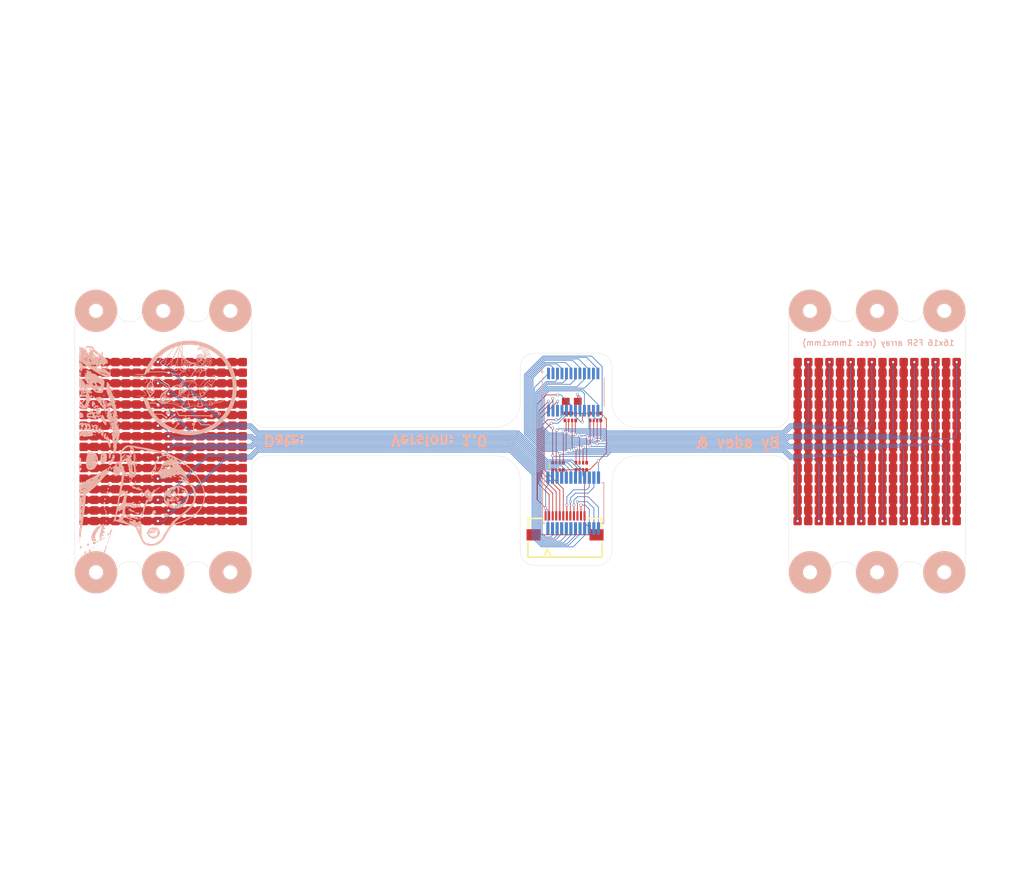
<source format=kicad_pcb>
(kicad_pcb (version 20240108) (generator "pcbnew") (generator_version "8.0")
  (layers (0 "F.Cu" signal "Front") (31 "B.Cu" signal "Back") (34 "B.Paste" user) (35 "F.Paste" user) (36 "B.SilkS" user "B.Silkscreen") (37 "F.SilkS" user "F.Silkscreen") (38 "B.Mask" user "B.Mask - ENIG") (39 "F.Mask" user "F.Mask - ENIG") (44 "Edge.Cuts" user))
  (net 0 "")
  (net 1 "/EOC1")
  (net 2 "/MISO")
  (net 3 "/MOSI")
  (net 4 "/SCLK")
  (net 5 "/CS1")
  (net 6 "+5V")
  (net 7 "GND")
  (net 8 "Net-(ADC1-REF)")
  (net 9 "/ain13")
  (net 10 "/ain12")
  (net 11 "/ain0")
  (net 12 "/ain14")
  (net 13 "/ain4")
  (net 14 "/ain15")
  (net 15 "/ain6")
  (net 16 "/ain2")
  (net 17 "/ain9")
  (net 18 "/ain11")
  (net 19 "/ain8")
  (net 20 "/ain3")
  (net 21 "/ain7")
  (net 22 "/ain1")
  (net 23 "/ain5")
  (net 24 "/ain10")
  (net 25 "/out3")
  (net 26 "/out9")
  (net 27 "/out8")
  (net 28 "/out12")
  (net 29 "/out0")
  (net 30 "/out10")
  (net 31 "/out13")
  (net 32 "/out14")
  (net 33 "/out4")
  (net 34 "/out6")
  (net 35 "/out5")
  (net 36 "/out15")
  (net 37 "/out11")
  (net 38 "/out1")
  (net 39 "/out2")
  (net 40 "/out7")
  (net 41 "/EN1")
  (net 42 "/S3")
  (net 43 "/S2")
  (net 44 "/S1")
  (net 45 "/S0")
  (footprint "Resistor_SMD:R_Array_Convex_4x0402" (layer "F.Cu") (at 172.4 108.75 -90)
    (property "Reference" "RN1" (hide yes))
    (property "Value" "R_Pack04" (hide yes))
  )
  (footprint "00_lcsc:FPC-SMD_AFC01-S12FCA-00" (layer "F.Cu") (at 168.1 124.11)
    (property "Reference" "FPC1" (hide yes))
    (property "Value" "AFC01-S12FCA-00" (hide yes))
  )
  (footprint "Resistor_SMD:R_Array_Convex_4x0402" (layer "F.Cu") (at 167.1 115.75 90)
    (property "Reference" "RN4" (hide yes))
    (property "Value" "R_Pack04" (hide yes))
  )
  (footprint "fsr_array:C0603" (layer "F.Cu") (at 169.05 106.55 180)
    (property "Reference" "C1" (hide yes))
    (property "Value" "100n" (hide yes))
  )
  (footprint "Resistor_SMD:R_Array_Convex_4x0402" (layer "F.Cu") (at 170.4 115.75 90)
    (property "Reference" "RN2" (hide yes))
    (property "Value" "R_Pack04" (hide yes))
  )
  (footprint "Resistor_SMD:R_Array_Convex_4x0402" (layer "F.Cu") (at 168.85 108.75 -90)
    (property "Reference" "RN3" (hide yes))
    (property "Value" "R_Pack04" (hide yes))
  )
  (footprint "Package_SO:SSOP-24_5.3x8.2mm_P0.65mm" (layer "B.Cu") (at 169.249999 120.95 -90)
    (property "Reference" "MUX1" (hide yes))
    (property "Value" "CD74HC4067SM" (hide yes))
  )
  (footprint "LOGO" (layer "B.Cu") (at 108.25 113.25 90)
    (property "Reference" "G***" (hide yes))
    (property "Value" "LOGO" (hide yes))
  )
  (footprint "00_Custom:MAX11632EEGT" (layer "B.Cu") (at 169.25 105.25 -90)
    (property "Reference" "ADC1" (hide yes))
    (property "Value" "MAX11632EEGT" (hide yes))
  )
  (footprint "00_custom-footprints:logo_aightech" (layer "B.Cu") (at 114.46 104.63 90)
    (property "Reference" "REF**" (hide yes))
    (property "Value" "logo_aightech" (hide yes))
  )
  (gr_circle (center 202.75 130.75) (end 202.750001 132.75) (stroke (width 2)) (fill none) (layer "B.SilkS"))
  (gr_circle (center 212.25 93.750001) (end 212.25 95.75) (stroke (width 2)) (fill none) (layer "B.SilkS"))
  (gr_circle (center 120.75 93.75) (end 120.75 95.750001) (stroke (width 2)) (fill none) (layer "B.SilkS"))
  (gr_circle (center 111.250001 130.75) (end 111.25 132.75) (stroke (width 2)) (fill none) (layer "B.SilkS"))
  (gr_circle (center 101.75 93.75) (end 101.75 95.75) (stroke (width 2)) (fill none) (layer "B.SilkS"))
  (gr_circle (center 101.75 130.75) (end 101.75 132.75) (stroke (width 2)) (fill none) (layer "B.SilkS"))
  (gr_circle (center 120.75 130.75) (end 120.750001 132.75) (stroke (width 2)) (fill none) (layer "B.SilkS"))
  (gr_circle (center 111.250001 93.75) (end 111.25 95.75) (stroke (width 2)) (fill none) (layer "B.SilkS"))
  (gr_circle (center 221.75 93.75) (end 221.75 95.750001) (stroke (width 2)) (fill none) (layer "B.SilkS"))
  (gr_circle (center 202.75 93.75) (end 202.75 95.750001) (stroke (width 2)) (fill none) (layer "B.SilkS"))
  (gr_circle (center 212.25 130.749999) (end 212.25 132.75) (stroke (width 2)) (fill none) (layer "B.SilkS"))
  (gr_circle (center 221.75 130.75) (end 221.749999 132.75) (stroke (width 2)) (fill none) (layer "B.SilkS"))
  (gr_circle (center 114.250001 113.75) (end 114.250001 113.65) (stroke (width 0.01)) (fill none) (layer "Edge.Cuts"))
  (gr_circle (center 210.75 124.25) (end 210.65 124.250001) (stroke (width 0.01)) (fill none) (layer "Edge.Cuts"))
  (gr_circle (center 201.75 124.25) (end 201.649999 124.25) (stroke (width 0.01)) (fill none) (layer "Edge.Cuts"))
  (gr_circle (center 207.75 121.250001) (end 207.65 121.25) (stroke (width 0.01)) (fill none) (layer "Edge.Cuts"))
  (gr_circle (center 118.750001 119.75) (end 118.750001 119.649999) (stroke (width 0.01)) (fill none) (layer "Edge.Cuts"))
  (gr_circle (center 118.750001 122.749999) (end 118.750001 122.65) (stroke (width 0.01)) (fill none) (layer "Edge.Cuts"))
  (gr_circle (center 210.75 121.25) (end 210.65 121.25) (stroke (width 0.01)) (fill none) (layer "Edge.Cuts"))
  (gr_circle (center 221.25 106.25) (end 221.35 106.25) (stroke (width 0.01)) (fill none) (layer "Edge.Cuts"))
  (gr_circle (center 111.250001 130.75) (end 111.25 129.75) (stroke (width 0.0381)) (fill none) (layer "Edge.Cuts"))
  (gr_circle (center 203.25 119.75) (end 203.15 119.75) (stroke (width 0.01)) (fill none) (layer "Edge.Cuts"))
  (gr_arc (start 106.75 129.25) (mid 107.81066 129.68934) (end 108.25 130.75) (stroke (width 0.0381)) (layer "Edge.Cuts"))
  (gr_circle (center 221.250001 107.75) (end 221.15 107.75) (stroke (width 0.01)) (fill none) (layer "Edge.Cuts"))
  (gr_circle (center 102.250001 106.25) (end 102.25 106.150001) (stroke (width 0.01)) (fill none) (layer "Edge.Cuts"))
  (gr_circle (center 218.25 122.75) (end 218.15 122.75) (stroke (width 0.01)) (fill none) (layer "Edge.Cuts"))
  (gr_circle (center 117.250001 116.75) (end 117.250001 116.85) (stroke (width 0.01)) (fill none) (layer "Edge.Cuts"))
  (gr_circle (center 212.25 103.25) (end 212.15 103.25) (stroke (width 0.01)) (fill none) (layer "Edge.Cuts"))
  (gr_circle (center 103.750001 115.25) (end 103.75 115.15) (stroke (width 0.01)) (fill none) (layer "Edge.Cuts"))
  (gr_circle (center 100.750001 116.75) (end 100.750001 116.65) (stroke (width 0.01)) (fill none) (layer "Edge.Cuts"))
  (gr_circle (center 118.750001 124.250001) (end 118.750001 124.15) (stroke (width 0.01)) (fill none) (layer "Edge.Cuts"))
  (gr_circle (center 99.25 106.250001) (end 99.250001 106.15) (stroke (width 0.01)) (fill none) (layer "Edge.Cuts"))
  (gr_circle (center 99.250001 115.25) (end 99.250001 115.15) (stroke (width 0.01)) (fill none) (layer "Edge.Cuts"))
  (gr_circle (center 109.750001 109.25) (end 109.750002 109.15) (stroke (width 0.01)) (fill none) (layer "Edge.Cuts"))
  (gr_circle (center 99.25 113.75) (end 99.250001 113.65) (stroke (width 0.01)) (fill none) (layer "Edge.Cuts"))
  (gr_circle (center 111.250001 103.25) (end 111.250001 103.15) (stroke (width 0.01)) (fill none) (layer "Edge.Cuts"))
  (gr_arc (start 199.75 93.75) (mid 202.75 90.75) (end 205.749999 93.75) (stroke (width 0.0381)) (layer "Edge.Cuts"))
  (gr_circle (center 123.250001 122.75) (end 123.250001 122.850001) (stroke (width 0.01)) (fill none) (layer "Edge.Cuts"))
  (gr_circle (center 222.75 118.25) (end 222.65 118.25) (stroke (width 0.01)) (fill none) (layer "Edge.Cuts"))
  (gr_circle (center 221.25 110.75) (end 221.15 110.75) (stroke (width 0.01)) (fill none) (layer "Edge.Cuts"))
  (gr_arc (start 178.25 110.25) (mid 175.775126 109.224873) (end 174.75 106.749999) (stroke (width 0.0381)) (layer "Edge.Cuts"))
  (gr_circle (center 216.75 121.250001) (end 216.65 121.25) (stroke (width 0.01)) (fill none) (layer "Edge.Cuts"))
  (gr_circle (center 209.25 118.249999) (end 209.15 118.25) (stroke (width 0.01)) (fill none) (layer "Edge.Cuts"))
  (gr_arc (start 117.75 93.75) (mid 120.75 90.75) (end 123.749999 93.75) (stroke (width 0.0381)) (layer "Edge.Cuts"))
  (gr_circle (center 112.750001 118.25) (end 112.750001 118.15) (stroke (width 0.01)) (fill none) (layer "Edge.Cuts"))
  (gr_circle (center 106.750001 124.25) (end 106.750001 124.15) (stroke (width 0.01)) (fill none) (layer "Edge.Cuts"))
  (gr_circle (center 215.25 116.75) (end 215.15 116.75) (stroke (width 0.01)) (fill none) (layer "Edge.Cuts"))
  (gr_circle (center 215.25 109.25) (end 215.15 109.25) (stroke (width 0.01)) (fill none) (layer "Edge.Cuts"))
  (gr_circle (center 108.25 103.25) (end 108.25 103.150001) (stroke (width 0.01)) (fill none) (layer "Edge.Cuts"))
  (gr_circle (center 221.25 112.25) (end 221.15 112.25) (stroke (width 0.01)) (fill none) (layer "Edge.Cuts"))
  (gr_circle (center 115.750001 109.25) (end 115.750001 109.15) (stroke (width 0.01)) (fill none) (layer "Edge.Cuts"))
  (gr_circle (center 115.750001 115.25) (end 115.750001 115.15) (stroke (width 0.01)) (fill none) (layer "Edge.Cuts"))
  (gr_circle (center 212.25 124.249999) (end 212.150001 124.249999) (stroke (width 0.01)) (fill none) (layer "Edge.Cuts"))
  (gr_circle (center 218.25 104.75) (end 218.15 104.75) (stroke (width 0.01)) (fill none) (layer "Edge.Cuts"))
  (gr_line (start 106.25 129.25) (end 106.75 129.25) (stroke (width 0.0381)) (layer "Edge.Cuts"))
  (gr_circle (center 210.75 119.75) (end 210.65 119.75) (stroke (width 0.01)) (fill none) (layer "Edge.Cuts"))
  (gr_circle (center 114.250001 115.25) (end 114.250001 115.15) (stroke (width 0.01)) (fill none) (layer "Edge.Cuts"))
  (gr_circle (center 203.25 118.25) (end 203.15 118.25) (stroke (width 0.01)) (fill none) (layer "Edge.Cuts"))
  (gr_circle (center 114.250001 107.75) (end 114.250002 107.65) (stroke (width 0.01)) (fill none) (layer "Edge.Cuts"))
  (gr_circle (center 99.250001 116.75) (end 99.250001 116.65) (stroke (width 0.01)) (fill none) (layer "Edge.Cuts"))
  (gr_circle (center 114.250002 110.75) (end 114.250001 110.65) (stroke (width 0.01)) (fill none) (layer "Edge.Cuts"))
  (gr_circle (center 213.75 106.249999) (end 213.85 106.25) (stroke (width 0.01)) (fill none) (layer "Edge.Cuts"))
  (gr_circle (center 222.75 119.75) (end 222.65 119.749999) (stroke (width 0.01)) (fill none) (layer "Edge.Cuts"))
  (gr_circle (center 219.75 101.75) (end 219.65 101.75) (stroke (width 0.01)) (fill none) (layer "Edge.Cuts"))
  (gr_circle (center 200.25 115.25) (end 200.15 115.25) (stroke (width 0.01)) (fill none) (layer "Edge.Cuts"))
  (gr_circle (center 115.750001 110.75) (end 115.75 110.65) (stroke (width 0.01)) (fill none) (layer "Edge.Cuts"))
  (gr_circle (center 108.250001 107.75) (end 108.250001 107.65) (stroke (width 0.01)) (fill none) (layer "Edge.Cuts"))
  (gr_arc (start 209.25 93.75) (mid 208.81066 94.81066) (end 207.75 95.25) (stroke (width 0.0381)) (layer "Edge.Cuts"))
  (gr_circle (center 222.750001 115.25) (end 222.65 115.25) (stroke (width 0.01)) (fill none) (layer "Edge.Cuts"))
  (gr_circle (center 218.25 115.25) (end 218.15 115.25) (stroke (width 0.01)) (fill none) (layer "Edge.Cuts"))
  (gr_circle (center 108.250001 115.25) (end 108.250001 115.15) (stroke (width 0.01)) (fill none) (layer "Edge.Cuts"))
  (gr_circle (center 219.75 104.75) (end 219.65 104.75) (stroke (width 0.01)) (fill none) (layer "Edge.Cuts"))
  (gr_circle (center 218.25 101.749999) (end 218.15 101.75) (stroke (width 0.01)) (fill none) (layer "Edge.Cuts"))
  (gr_circle (center 215.25 112.25) (end 215.15 112.25) (stroke (width 0.01)) (fill none) (layer "Edge.Cuts"))
  (gr_circle (center 105.250002 119.750001) (end 105.250001 119.65) (stroke (width 0.01)) (fill none) (layer "Edge.Cuts"))
  (gr_circle (center 219.75 112.25) (end 219.65 112.25) (stroke (width 0.01)) (fill none) (layer "Edge.Cuts"))
  (gr_circle (center 103.750001 104.75) (end 103.75 104.65) (stroke (width 0.01)) (fill none) (layer "Edge.Cuts"))
  (gr_circle (center 210.75 122.75) (end 210.65 122.749999) (stroke (width 0.01)) (fill none) (layer "Edge.Cuts"))
  (gr_circle (center 201.750001 101.75) (end 201.65 101.75) (stroke (width 0.01)) (fill none) (layer "Edge.Cuts"))
  (gr_circle (center 203.25 124.249999) (end 203.150001 124.249999) (stroke (width 0.01)) (fill none) (layer "Edge.Cuts"))
  (gr_circle (center 111.250001 112.25) (end 111.250001 112.15) (stroke (width 0.01)) (fill none) (layer "Edge.Cuts"))
  (gr_circle (center 100.750001 100.25) (end 100.750002 100.15) (stroke (width 0.01)) (fill none) (layer "Edge.Cuts"))
  (gr_circle (center 106.750001 112.25) (end 106.750001 112.15) (stroke (width 0.01)) (fill none) (layer "Edge.Cuts"))
  (gr_circle (center 213.75 113.75) (end 213.65 113.75) (stroke (width 0.01)) (fill none) (layer "Edge.Cuts"))
  (gr_circle (center 111.250001 115.25) (end 111.25 115.15) (stroke (width 0.01)) (fill none) (layer "Edge.Cuts"))
  (gr_circle (center 114.250001 100.25) (end 114.250001 100.150001) (stroke (width 0.01)) (fill none) (layer "Edge.Cuts"))
  (gr_circle (center 112.750001 119.75) (end 112.750001 119.65) (stroke (width 0.01)) (fill none) (layer "Edge.Cuts"))
  (gr_circle (center 105.250001 115.25) (end 105.250001 115.15) (stroke (width 0.01)) (fill none) (layer "Edge.Cuts"))
  (gr_circle (center 200.25 124.25) (end 200.15 124.249999) (stroke (width 0.01)) (fill none) (layer "Edge.Cuts"))
  (gr_circle (center 215.25 118.25) (end 215.15 118.249999) (stroke (width 0.01)) (fill none) (layer "Edge.Cuts"))
  (gr_circle (center 221.25 101.75) (end 221.15 101.75) (stroke (width 0.01)) (fill none) (layer "Edge.Cuts"))
  (gr_circle (center 216.75 116.75) (end 216.65 116.75) (stroke (width 0.01)) (fill none) (layer "Edge.Cuts"))
  (gr_circle (center 121.750001 115.25) (end 121.750002 115.15) (stroke (width 0.01)) (fill none) (layer "Edge.Cuts"))
  (gr_line (start 207.75 129.25) (end 207.25 129.25) (stroke (width 0.0381)) (layer "Edge.Cuts"))
  (gr_circle (center 123.250001 115.25) (end 123.250001 115.35) (stroke (width 0.01)) (fill none) (layer "Edge.Cuts"))
  (gr_circle (center 203.25 113.75) (end 203.15 113.75) (stroke (width 0.01)) (fill none) (layer "Edge.Cuts"))
  (gr_circle (center 221.25 115.25) (end 221.15 115.25) (stroke (width 0.01)) (fill none) (layer "Edge.Cuts"))
  (gr_circle (center 114.250001 109.25) (end 114.250001 109.15) (stroke (width 0.01)) (fill none) (layer "Edge.Cuts"))
  (gr_circle (center 210.75 109.25) (end 210.65 109.25) (stroke (width 0.01)) (fill none) (layer "Edge.Cuts"))
  (gr_line (start 163.75 129.75) (end 172.75 129.75) (stroke (width 0.0381)) (layer "Edge.Cuts"))
  (gr_circle (center 114.250001 101.749999) (end 114.250001 101.65) (stroke (width 0.01)) (fill none) (layer "Edge.Cuts"))
  (gr_circle (center 200.25 104.750001) (end 200.15 104.75) (stroke (width 0.01)) (fill none) (layer "Edge.Cuts"))
  (gr_circle (center 123.250001 124.25) (end 123.250001 124.35) (stroke (width 0.01)) (fill none) (layer "Edge.Cuts"))
  (gr_circle (center 216.75 122.75) (end 216.65 122.75) (stroke (width 0.01)) (fill none) (layer "Edge.Cuts"))
  (gr_circle (center 224.25 109.25) (end 224.15 109.25) (stroke (width 0.01)) (fill none) (layer "Edge.Cuts"))
  (gr_circle (center 212.25 100.250001) (end 212.35 100.25) (stroke (width 0.01)) (fill none) (layer "Edge.Cuts"))
  (gr_circle (center 221.25 113.75) (end 221.15 113.75) (stroke (width 0.01)) (fill none) (layer "Edge.Cuts"))
  (gr_circle (center 102.250001 113.75) (end 102.250001 113.65) (stroke (width 0.01)) (fill none) (layer "Edge.Cuts"))
  (gr_circle (center 200.25 122.75) (end 200.15 122.75) (stroke (width 0.01)) (fill none) (layer "Edge.Cuts"))
  (gr_arc (start 163.75 129.75) (mid 162.335787 129.164213) (end 161.75 127.750001) (stroke (width 0.0381)) (layer "Edge.Cuts"))
  (gr_circle (center 207.75 115.25) (end 207.65 115.25) (stroke (width 0.01)) (fill none) (layer "Edge.Cuts"))
  (gr_circle (center 200.25 107.75) (end 200.149999 107.75) (stroke (width 0.01)) (fill none) (layer "Edge.Cuts"))
  (gr_circle (center 106.750001 116.75) (end 106.750001 116.65) (stroke (width 0.01)) (fill none) (layer "Edge.Cuts"))
  (gr_circle (center 200.25 100.25) (end 200.35 100.25) (stroke (width 0.01)) (fill none) (layer "Edge.Cuts"))
  (gr_circle (center 103.750001 110.75) (end 103.750001 110.65) (stroke (width 0.01)) (fill none) (layer "Edge.Cuts"))
  (gr_circle (center 109.750002 112.25) (end 109.750002 112.15) (stroke (width 0.01)) (fill none) (layer "Edge.Cuts"))
  (gr_circle (center 105.250002 100.249999) (end 105.250001 100.150001) (stroke (width 0.01)) (fill none) (layer "Edge.Cuts"))
  (gr_line (start 172.75 99.75) (end 163.75 99.75) (stroke (width 0.0381)) (layer "Edge.Cuts"))
  (gr_circle (center 224.25 106.25) (end 224.350001 106.25) (stroke (width 0.01)) (fill none) (layer "Edge.Cuts"))
  (gr_circle (center 106.750001 103.25) (end 106.750001 103.150001) (stroke (width 0.01)) (fill none) (layer "Edge.Cuts"))
  (gr_circle (center 99.250001 109.25) (end 99.25 109.15) (stroke (width 0.01)) (fill none) (layer "Edge.Cuts"))
  (gr_circle (center 112.75 101.750001) (end 112.750001 101.65) (stroke (width 0.01)) (fill none) (layer "Edge.Cuts"))
  (gr_circle (center 121.750001 113.75) (end 121.750002 113.65) (stroke (width 0.01)) (fill none) (layer "Edge.Cuts"))
  (gr_circle (center 109.750001 100.25) (end 109.750002 100.15) (stroke (width 0.01)) (fill none) (layer "Edge.Cuts"))
  (gr_circle (center 207.75 110.75) (end 207.650001 110.75) (stroke (width 0.01)) (fill none) (layer "Edge.Cuts"))
  (gr_circle (center 106.750001 119.75) (end 106.75 119.649999) (stroke (width 0.01)) (fill none) (layer "Edge.Cuts"))
  (gr_circle (center 112.750002 124.249999) (end 112.750002 124.15) (stroke (width 0.01)) (fill none) (layer "Edge.Cuts"))
  (gr_circle (center 224.25 115.25) (end 224.15 115.25) (stroke (width 0.01)) (fill none) (layer "Edge.Cuts"))
  (gr_line (start 217.25 129.25) (end 216.75 129.25) (stroke (width 0.0381)) (layer "Edge.Cuts"))
  (gr_circle (center 120.250001 110.75) (end 120.250001 110.65) (stroke (width 0.01)) (fill none) (layer "Edge.Cuts"))
  (gr_circle (center 213.75 110.75) (end 213.65 110.75) (stroke (width 0.01)) (fill none) (layer "Edge.Cuts"))
  (gr_line (start 178.25 114.25) (end 197.75 114.25) (stroke (width 0.0381)) (layer "Edge.Cuts"))
  (gr_circle (center 210.75 100.25) (end 210.85 100.25) (stroke (width 0.01)) (fill none) (layer "Edge.Cuts"))
  (gr_circle (center 212.25 104.75) (end 212.15 104.75) (stroke (width 0.01)) (fill none) (layer "Edge.Cuts"))
  (gr_circle (center 219.749999 107.75) (end 219.65 107.75) (stroke (width 0.01)) (fill none) (layer "Edge.Cuts"))
  (gr_circle (center 207.75 107.75) (end 207.65 107.75) (stroke (width 0.01)) (fill none) (layer "Edge.Cuts"))
  (gr_circle (center 118.750001 110.75) (end 118.750001 110.65) (stroke (width 0.01)) (fill none) (layer "Edge.Cuts"))
  (gr_circle (center 206.250001 115.25) (end 206.15 115.25) (stroke (width 0.01)) (fill none) (layer "Edge.Cuts"))
  (gr_circle (center 204.75 119.75) (end 204.65 119.749999) (stroke (width 0.01)) (fill none) (layer "Edge.Cuts"))
  (gr_circle (center 115.750001 112.25) (end 115.750001 112.15) (stroke (width 0.01)) (fill none) (layer "Edge.Cuts"))
  (gr_circle (center 111.250001 104.75) (end 111.250001 104.65) (stroke (width 0.01)) (fill none) (layer "Edge.Cuts"))
  (gr_circle (center 117.250001 101.75) (end 117.250001 101.85) (stroke (width 0.01)) (fill none) (layer "Edge.Cuts"))
  (gr_circle (center 111.250001 124.25) (end 111.25 124.149999) (stroke (width 0.01)) (fill none) (layer "Edge.Cuts"))
  (gr_arc (start 217.25 129.25) (mid 218.31066 129.68934) (end 218.750001 130.75) (stroke (width 0.0381)) (layer "Edge.Cuts"))
  (gr_circle (center 206.25 101.75) (end 206.149999 101.75) (stroke (width 0.01)) (fill none) (layer "Edge.Cuts"))
  (gr_circle (center 207.75 103.249999) (end 207.65 103.25) (stroke (width 0.01)) (fill none) (layer "Edge.Cuts"))
  (gr_circle (center 210.75 115.25) (end 210.649999 115.25) (stroke (width 0.01)) (fill none) (layer "Edge.Cuts"))
  (gr_circle (center 99.25 103.25) (end 99.25 103.150001) (stroke (width 0.01)) (fill none) (layer "Edge.Cuts"))
  (gr_arc (start 123.75 116.25) (mid 124.335787 114.835787) (end 125.75 114.25) (stroke (width 0.0381)) (layer "Edge.Cuts"))
  (gr_circle (center 216.75 118.25) (end 216.65 118.25) (stroke (width 0.01)) (fill none) (layer "Edge.Cuts"))
  (gr_circle (center 200.249999 101.75) (end 200.15 101.75) (stroke (width 0.01)) (fill none) (layer "Edge.Cuts"))
  (gr_circle (center 117.250002 113.75) (end 117.250001 113.85) (stroke (width 0.01)) (fill none) (layer "Edge.Cuts"))
  (gr_circle (center 114.250001 112.25) (end 114.250001 112.15) (stroke (width 0.01)) (fill none) (layer "Edge.Cuts"))
  (gr_circle (center 118.750001 112.25) (end 118.750002 112.15) (stroke (width 0.01)) (fill none) (layer "Edge.Cuts"))
  (gr_circle (center 111.250001 101.750001) (end 111.250001 101.65) (stroke (width 0.01)) (fill none) (layer "Edge.Cuts"))
  (gr_circle (center 207.75 124.25) (end 207.65 124.25) (stroke (width 0.01)) (fill none) (layer "Edge.Cuts"))
  (gr_circle (center 206.250001 122.75) (end 206.15 122.75) (stroke (width 0.01)) (fill none) (layer "Edge.Cuts"))
  (gr_circle (center 109.750002 121.25) (end 109.750002 121.150001) (stroke (width 0.01)) (fill none) (layer "Edge.Cuts"))
  (gr_circle (center 207.75 113.75) (end 207.65 113.75) (stroke (width 0.01)) (fill none) (layer "Edge.Cuts"))
  (gr_circle (center 114.250001 124.25) (end 114.250001 124.149999) (stroke (width 0.01)) (fill none) (layer "Edge.Cuts"))
  (gr_circle (center 114.250001 119.750001) (end 114.250001 119.65) (stroke (width 0.01)) (fill none) (layer "Edge.Cuts"))
  (gr_circle (center 218.25 109.25) (end 218.15 109.25) (stroke (width 0.01)) (fill none) (layer "Edge.Cuts"))
  (gr_circle (center 216.75 103.249999) (end 216.65 103.25) (stroke (width 0.01)) (fill none) (layer "Edge.Cuts"))
  (gr_circle (center 114.250001 122.75) (end 114.250001 122.65) (stroke (width 0.01)) (fill none) (layer "Edge.Cuts"))
  (gr_circle (center 106.750001 100.25) (end 106.750001 100.15) (stroke (width 0.01)) (fill none) (layer "Edge.Cuts"))
  (gr_circle (center 120.75 130.75) (end 120.75 129.75) (stroke (width 0.0381)) (fill none) (layer "Edge.Cuts"))
  (gr_circle (center 120.250001 113.75) (end 120.250001 113.65) (stroke (width 0.01)) (fill none) (layer "Edge.Cuts"))
  (gr_line (start 197.75 110.25) (end 178.25 110.25) (stroke (width 0.0381)) (layer "Edge.Cuts"))
  (gr_circle (center 115.75 113.75) (end 115.750001 113.65) (stroke (width 0.01)) (fill none) (layer "Edge.Cuts"))
  (gr_circle (center 100.750001 109.25) (end 100.750002 109.15) (stroke (width 0.01)) (fill none) (layer "Edge.Cuts"))
  (gr_circle (center 210.75 107.75) (end 210.65 107.75) (stroke (width 0.01)) (fill none) (layer "Edge.Cuts"))
  (gr_circle (center 206.25 112.25) (end 206.150001 112.25) (stroke (width 0.01)) (fill none) (layer "Edge.Cuts"))
  (gr_circle (center 99.250001 100.25) (end 99.25 100.15) (stroke (width 0.01)) (fill none) (layer "Edge.Cuts"))
  (gr_circle (center 209.25 107.75) (end 209.149999 107.75) (stroke (width 0.01)) (fill none) (layer "Edge.Cuts"))
  (gr_circle (center 118.750001 107.75) (end 118.750001 107.65) (stroke (width 0.01)) (fill none) (layer "Edge.Cuts"))
  (gr_circle (center 222.75 112.25) (end 222.650001 112.25) (stroke (width 0.01)) (fill none) (layer "Edge.Cuts"))
  (gr_circle (center 222.75 122.749999) (end 222.65 122.75) (stroke (width 0.01)) (fill none) (layer "Edge.Cuts"))
  (gr_circle (center 111.250001 119.75) (end 111.250001 119.65) (stroke (width 0.01)) (fill none) (layer "Edge.Cuts"))
  (gr_line (start 207.25 95.25) (end 207.75 95.25) (stroke (width 0.0381)) (layer "Edge.Cuts"))
  (gr_circle (center 120.250001 116.75) (end 120.250001 116.65) (stroke (width 0.01)) (fill none) (layer "Edge.Cuts"))
  (gr_circle (center 218.25 100.25) (end 218.35 100.25) (stroke (width 0.01)) (fill none) (layer "Edge.Cuts"))
  (gr_circle (center 224.249999 121.25) (end 224.15 121.25) (stroke (width 0.01)) (fill none) (layer "Edge.Cuts"))
  (gr_circle (center 221.25 100.250001) (end 221.35 100.25) (stroke (width 0.01)) (fill none) (layer "Edge.Cuts"))
  (gr_circle (center 216.75 115.25) (end 216.65 115.25) (stroke (width 0.01)) (fill none) (layer "Edge.Cuts"))
  (gr_circle (center 105.250001 113.75) (end 105.250002 113.65) (stroke (width 0.01)) (fill none) (layer "Edge.Cuts"))
  (gr_circle (center 105.250001 118.249999) (end 105.250001 118.15) (stroke (width 0.01)) (fill none) (layer "Edge.Cuts"))
  (gr_arc (start 205.749999 130.75) (mid 206.189339 129.689339) (end 207.25 129.25) (stroke (width 0.0381)) (layer "Edge.Cuts"))
  (gr_circle (center 216.75 110.75) (end 216.65 110.75) (stroke (width 0.01)) (fill none) (layer "Edge.Cuts"))
  (gr_circle (center 108.250001 119.749999) (end 108.25 119.649999) (stroke (width 0.01)) (fill none) (layer "Edge.Cuts"))
  (gr_circle (center 212.25 122.75) (end 212.150001 122.75) (stroke (width 0.01)) (fill none) (layer "Edge.Cuts"))
  (gr_circle (center 224.25 107.75) (end 224.15 107.75) (stroke (width 0.01)) (fill none) (layer "Edge.Cuts"))
  (gr_circle (center 219.75 110.75) (end 219.65 110.75) (stroke (width 0.01)) (fill none) (layer "Edge.Cuts"))
  (gr_circle (center 109.750002 115.250001) (end 109.750001 115.15) (stroke (width 0.01)) (fill none) (layer "Edge.Cuts"))
  (gr_circle (center 224.249999 119.75) (end 224.15 119.75) (stroke (width 0.01)) (fill none) (layer "Edge.Cuts"))
  (gr_circle (center 121.750002 109.25) (end 121.750001 109.15) (stroke (width 0.01)) (fill none) (layer "Edge.Cuts"))
  (gr_circle (center 117.25 112.25) (end 117.250001 112.35) (stroke (width 0.01)) (fill none) (layer "Edge.Cuts"))
  (gr_circle (center 204.75 121.25) (end 204.649999 121.25) (stroke (width 0.01)) (fill none) (layer "Edge.Cuts"))
  (gr_circle (center 111.250001 122.75) (end 111.250001 122.65) (stroke (width 0.01)) (fill none) (layer "Edge.Cuts"))
  (gr_circle (center 207.75 101.75) (end 207.650001 101.75) (stroke (width 0.01)) (fill none) (layer "Edge.Cuts"))
  (gr_circle (center 108.250001 116.75) (end 108.250001 116.65) (stroke (width 0.01)) (fill none) (layer "Edge.Cuts"))
  (gr_circle (center 108.250001 118.25) (end 108.25 118.15) (stroke (width 0.01)) (fill none) (layer "Edge.Cuts"))
  (gr_line (start 199.75 93.75) (end 199.75 108.25) (stroke (width 0.0381)) (layer "Edge.Cuts"))
  (gr_circle (center 115.750001 107.75) (end 115.750001 107.65) (stroke (width 0.01)) (fill none) (layer "Edge.Cuts"))
  (gr_circle (center 203.25 101.75) (end 203.15 101.75) (stroke (width 0.01)) (fill none) (layer "Edge.Cuts"))
  (gr_circle (center 204.75 101.75) (end 204.65 101.75) (stroke (width 0.01)) (fill none) (layer "Edge.Cuts"))
  (gr_circle (center 224.249999 101.75) (end 224.15 101.75) (stroke (width 0.01)) (fill none) (layer "Edge.Cuts"))
  (gr_circle (center 204.75 110.75) (end 204.65 110.75) (stroke (width 0.01)) (fill none) (layer "Edge.Cuts"))
  (gr_circle (center 115.75 122.749999) (end 115.750001 122.65) (stroke (width 0.01)) (fill none) (layer "Edge.Cuts"))
  (gr_circle (center 212.25 101.75) (end 212.15 101.75) (stroke (width 0.01)) (fill none) (layer "Edge.Cuts"))
  (gr_circle (center 100.750001 122.749999) (end 100.750001 122.65) (stroke (width 0.01)) (fill none) (layer "Edge.Cuts"))
  (gr_circle (center 218.25 124.25) (end 218.15 124.249999) (stroke (width 0.01)) (fill none) (layer "Edge.Cuts"))
  (gr_circle (center 218.25 106.25) (end 218.35 106.25) (stroke (width 0.01)) (fill none) (layer "Edge.Cuts"))
  (gr_circle (center 206.25 109.25) (end 206.15 109.25) (stroke (width 0.01)) (fill none) (layer "Edge.Cuts"))
  (gr_arc (start 123.75 130.749999) (mid 120.750001 133.75) (end 117.75 130.75) (stroke (width 0.0381)) (layer "Edge.Cuts"))
  (gr_circle (center 218.25 118.249999) (end 218.15 118.25) (stroke (width 0.01)) (fill none) (layer "Edge.Cuts"))
  (gr_circle (center 219.75 113.75) (end 219.65 113.75) (stroke (width 0.01)) (fill none) (layer "Edge.Cuts"))
  (gr_circle (center 118.750001 104.75) (end 118.750001 104.650001) (stroke (width 0.01)) (fill none) (layer "Edge.Cuts"))
  (gr_circle (center 112.750001 110.75) (end 112.750001 110.65) (stroke (width 0.01)) (fill none) (layer "Edge.Cuts"))
  (gr_circle (center 218.25 113.75) (end 218.15 113.75) (stroke (width 0.01)) (fill none) (layer "Edge.Cuts"))
  (gr_circle (center 212.25 113.75) (end 212.15 113.75) (stroke (width 0.01)) (fill none) (layer "Edge.Cuts"))
  (gr_circle (center 201.75 104.75) (end 201.65 104.75) (stroke (width 0.01)) (fill none) (layer "Edge.Cuts"))
  (gr_circle (center 123.250001 104.75) (end 123.250002 104.85) (stroke (width 0.01)) (fill none) (layer "Edge.Cuts"))
  (gr_circle (center 112.750001 113.75) (end 112.75 113.65) (stroke (width 0.01)) (fill none) (layer "Edge.Cuts"))
  (gr_line (start 174.75 117.75) (end 174.75 127.75) (stroke (width 0.0381)) (layer "Edge.Cuts"))
  (gr_circle (center 200.25 116.75) (end 200.149999 116.75) (stroke (width 0.01)) (fill none) (layer "Edge.Cuts"))
  (gr_circle (center 219.75 122.75) (end 219.65 122.749999) (stroke (width 0.01)) (fill none) (layer "Edge.Cuts"))
  (gr_arc (start 98.75 93.75) (mid 101.75 90.75) (end 104.750001 93.75) (stroke (width 0.0381)) (layer "Edge.Cuts"))
  (gr_arc (start 205.749999 130.75) (mid 202.75 133.749999) (end 199.75 130.75) (stroke (width 0.0381)) (layer "Edge.Cuts"))
  (gr_circle (center 212.25 118.25) (end 212.15 118.25) (stroke (width 0.01)) (fill none) (layer "Edge.Cuts"))
  (gr_circle (center 121.750001 107.749999) (end 121.750001 107.650002) (stroke (width 0.01)) (fill none) (layer "Edge.Cuts"))
  (gr_circle (center 123.250001 103.25) (end 123.250001 103.35) (stroke (width 0.01)) (fill none) (layer "Edge.Cuts"))
  (gr_arc (start 125.75 110.25) (mid 124.335786 109.664213) (end 123.750001 108.249999) (stroke (width 0.0381)) (layer "Edge.Cuts"))
  (gr_circle (center 100.750002 112.25) (end 100.750002 112.150001) (stroke (width 0.01)) (fill none) (layer "Edge.Cuts"))
  (gr_circle (center 101.75 130.75) (end 101.75 129.75) (stroke (width 0.0381)) (fill none) (layer "Edge.Cuts"))
  (gr_circle (center 203.25 110.75) (end 203.15 110.75) (stroke (width 0.01)) (fill none) (layer "Edge.Cuts"))
  (gr_circle (center 215.25 115.25) (end 215.15 115.25) (stroke (width 0.01)) (fill none) (layer "Edge.Cuts"))
  (gr_circle (center 123.250001 100.25) (end 123.250001 100.35) (stroke (width 0.01)) (fill none) (layer "Edge.Cuts"))
  (gr_circle (center 204.750001 116.75) (end 204.65 116.75) (stroke (width 0.01)) (fill none) (layer "Edge.Cuts"))
  (gr_circle (center 206.25 103.25) (end 206.150001 103.25) (stroke (width 0.01)) (fill none) (layer "Edge.Cuts"))
  (gr_circle (center 224.249999 103.25) (end 224.15 103.25) (stroke (width 0.01)) (fill none) (layer "Edge.Cuts"))
  (gr_circle (center 114.250001 121.25) (end 114.250001 121.15) (stroke (width 0.01)) (fill none) (layer "Edge.Cuts"))
  (gr_circle (center 221.25 122.75) (end 221.15 122.75) (stroke (width 0.01)) (fill none) (layer "Edge.Cuts"))
  (gr_circle (center 210.75 110.75) (end 210.65 110.75) (stroke (width 0.01)) (fill none) (layer "Edge.Cuts"))
  (gr_circle (center 203.249999 116.75) (end 203.15 116.75) (stroke (width 0.01)) (fill none) (layer "Edge.Cuts"))
  (gr_circle (center 118.750001 116.75) (end 118.750001 116.65) (stroke (width 0.01)) (fill none) (layer "Edge.Cuts"))
  (gr_circle (center 212.25 110.75) (end 212.15 110.75) (stroke (width 0.01)) (fill none) (layer "Edge.Cuts"))
  (gr_arc (start 174.75 127.75) (mid 174.164214 129.164214) (end 172.75 129.75) (stroke (width 0.0381)) (layer "Edge.Cuts"))
  (gr_circle (center 108.25 113.75) (end 108.250001 113.65) (stroke (width 0.01)) (fill none) (layer "Edge.Cuts"))
  (gr_circle (center 200.249999 119.75) (end 200.15 119.75) (stroke (width 0.01)) (fill none) (layer "Edge.Cuts"))
  (gr_circle (center 209.25 101.749999) (end 209.15 101.75) (stroke (width 0.01)) (fill none) (layer "Edge.Cuts"))
  (gr_circle (center 120.250001 115.25) (end 120.25 115.15) (stroke (width 0.01)) (fill none) (layer "Edge.Cuts"))
  (gr_circle (center 117.250001 118.25) (end 117.25 118.35) (stroke (width 0.01)) (fill none) (layer "Edge.Cuts"))
  (gr_circle (center 200.25 109.25) (end 200.15 109.25) (stroke (width 0.01)) (fill none) (layer "Edge.Cuts"))
  (gr_circle (center 215.25 107.75) (end 215.15 107.75) (stroke (width 0.01)) (fill none) (layer "Edge.Cuts"))
  (gr_circle (center 215.25 101.75) (end 215.15 101.749999) (stroke (width 0.01)) (fill none) (layer "Edge.Cuts"))
  (gr_circle (center 219.75 103.25) (end 219.65 103.25) (stroke (width 0.01)) (fill none) (layer "Edge.Cuts"))
  (gr_circle (center 213.75 101.75) (end 213.65 101.75) (stroke (width 0.01)) (fill none) (layer "Edge.Cuts"))
  (gr_circle (center 215.25 124.25) (end 215.15 124.25) (stroke (width 0.01)) (fill none) (layer "Edge.Cuts"))
  (gr_circle (center 209.25 103.25) (end 209.15 103.25) (stroke (width 0.01)) (fill none) (layer "Edge.Cuts"))
  (gr_line (start 224.75 93.75) (end 224.75 130.75) (stroke (width 0.0381)) (layer "Edge.Cuts"))
  (gr_circle (center 200.25 106.25) (end 200.350001 106.25) (stroke (width 0.01)) (fill none) (layer "Edge.Cuts"))
  (gr_circle (center 210.75 112.25) (end 210.65 112.25) (stroke (width 0.01)) (fill none) (layer "Edge.Cuts"))
  (gr_circle (center 103.750001 100.249999) (end 103.750001 100.15) (stroke (width 0.01)) (fill none) (layer "Edge.Cuts"))
  (gr_circle (center 216.75 113.75) (end 216.65 113.75) (stroke (width 0.01)) (fill none) (layer "Edge.Cuts"))
  (gr_circle (center 112.750001 121.25) (end 112.750001 121.15) (stroke (width 0.01)) (fill none) (layer "Edge.Cuts"))
  (gr_circle (center 121.750001 103.25) (end 121.750001 103.15) (stroke (width 0.01)) (fill none) (layer "Edge.Cuts"))
  (gr_circle (center 115.750001 106.250001) (end 115.750001 106.15) (stroke (width 0.01)) (fill none) (layer "Edge.Cuts"))
  (gr_circle (center 203.25 100.250001) (end 203.35 100.25) (stroke (width 0.01)) (fill none) (layer "Edge.Cuts"))
  (gr_circle (center 120.250001 100.249999) (end 120.250001 100.15) (stroke (width 0.01)) (fill none) (layer "Edge.Cuts"))
  (gr_line (start 199.75 130.75) (end 199.75 116.25) (stroke (width 0.0381)) (layer "Edge.Cuts"))
  (gr_arc (start 199.75 108.25) (mid 199.164214 109.664214) (end 197.75 110.25) (stroke (width 0.0381)) (layer "Edge.Cuts"))
  (gr_circle (center 210.75 103.25) (end 210.65 103.25) (stroke (width 0.01)) (fill none) (layer "Edge.Cuts"))
  (gr_circle (center 204.750001 107.75) (end 204.65 107.75) (stroke (width 0.01)) (fill none) (layer "Edge.Cuts"))
  (gr_circle (center 201.75 112.25) (end 201.65 112.25) (stroke (width 0.01)) (fill none) (layer "Edge.Cuts"))
  (gr_circle (center 221.25 109.25) (end 221.15 109.25) (stroke (width 0.01)) (fill none) (layer "Edge.Cuts"))
  (gr_circle (center 105.250002 101.750001) (end 105.250001 101.65) (stroke (width 0.01)) (fill none) (layer "Edge.Cuts"))
  (gr_circle (center 213.75 122.749999) (end 213.65 122.75) (stroke (width 0.01)) (fill none) (layer "Edge.Cuts"))
  (gr_arc (start 216.75 95.25) (mid 215.68934 94.81066) (end 215.25 93.75) (stroke (width 0.0381)) (layer "Edge.Cuts"))
  (gr_circle (center 109.750002 103.25) (end 109.750001 103.149999) (stroke (width 0.01)) (fill none) (layer "Edge.Cuts"))
  (gr_circle (center 213.75 124.250001) (end 213.65 124.25) (stroke (width 0.01)) (fill none) (layer "Edge.Cuts"))
  (gr_circle (center 115.750001 101.75) (end 115.750001 101.649999) (stroke (width 0.01)) (fill none) (layer "Edge.Cuts"))
  (gr_circle (center 200.25 113.75) (end 200.15 113.75) (stroke (width 0.01)) (fill none) (layer "Edge.Cuts"))
  (gr_circle (center 108.250001 104.749999) (end 108.250001 104.65) (stroke (width 0.01)) (fill none) (layer "Edge.Cuts"))
  (gr_circle (center 221.25 121.25) (end 221.15 121.25) (stroke (width 0.01)) (fill none) (layer "Edge.Cuts"))
  (gr_circle (center 103.75 118.249999) (end 103.750001 118.15) (stroke (width 0.01)) (fill none) (layer "Edge.Cuts"))
  (gr_circle (center 213.75 100.25) (end 213.85 100.25) (stroke (width 0.01)) (fill none) (layer "Edge.Cuts"))
  (gr_circle (center 221.25 118.25) (end 221.15 118.25) (stroke (width 0.01)) (fill none) (layer "Edge.Cuts"))
  (gr_circle (center 108.250001 101.75) (end 108.250001 101.649999) (stroke (width 0.01)) (fill none) (layer "Edge.Cuts"))
  (gr_circle (center 209.25 119.750001) (end 209.15 119.75) (stroke (width 0.01)) (fill none) (layer "Edge.Cuts"))
  (gr_circle (center 215.25 121.25) (end 215.15 121.25) (stroke (width 0.01)) (fill none) (layer "Edge.Cuts"))
  (gr_circle (center 201.75 118.249999) (end 201.65 118.25) (stroke (width 0.01)) (fill none) (layer "Edge.Cuts"))
  (gr_circle (center 102.250001 104.75) (end 102.250001 104.65) (stroke (width 0.01)) (fill none) (layer "Edge.Cuts"))
  (gr_line (start 123.749999 93.75) (end 123.75 108.25) (stroke (width 0.0381)) (layer "Edge.Cuts"))
  (gr_circle (center 99.250001 107.75) (end 99.250001 107.65) (stroke (width 0.01)) (fill none) (layer "Edge.Cuts"))
  (gr_circle (center 213.75 119.75) (end 213.65 119.749999) (stroke (width 0.01)) (fill none) (layer "Edge.Cuts"))
  (gr_line (start 125.75 114.25) (end 158.25 114.25) (stroke (width 0.0381)) (layer "Edge.Cuts"))
  (gr_circle (center 111.25 118.249999) (end 111.250001 118.15) (stroke (width 0.01)) (fill none) (layer "Edge.Cuts"))
  (gr_circle (center 207.75 109.25) (end 207.65 109.25) (stroke (width 0.01)) (fill none) (layer "Edge.Cuts"))
  (gr_circle (center 100.750001 101.75) (end 100.750001 101.650001) (stroke (width 0.01)) (fill none) (layer "Edge.Cuts"))
  (gr_circle (center 215.25 100.25) (end 215.35 100.250001) (stroke (width 0.01)) (fill none) (layer "Edge.Cuts"))
  (gr_circle (center 212.25 130.749999) (end 212.25 129.75) (stroke (width 0.0381)) (fill none) (layer "Edge.Cuts"))
  (gr_circle (center 121.750001 104.75) (end 121.750001 104.649999) (stroke (width 0.01)) (fill none) (layer "Edge.Cuts"))
  (gr_circle (center 112.750001 122.75) (end 112.750001 122.650001) (stroke (width 0.01)) (fill none) (layer "Edge.Cuts"))
  (gr_circle (center 112.750001 100.249999) (end 112.750001 100.15) (stroke (width 0.01)) (fill none) (layer "Edge.Cuts"))
  (gr_circle (center 204.750001 100.25) (end 204.85 100.25) (stroke (width 0.01)) (fill none) (layer "Edge.Cuts"))
  (gr_circle (center 206.25 118.25) (end 206.150001 118.249999) (stroke (width 0.01)) (fill none) (layer "Edge.Cuts"))
  (gr_circle (center 203.249999 107.75) (end 203.15 107.75) (stroke (width 0.01)) (fill none) (layer "Edge.Cuts"))
  (gr_circle (center 123.250001 113.75) (end 123.250002 113.85) (stroke (width 0.01)) (fill none) (layer "Edge.Cuts"))
  (gr_circle (center 111.250001 121.25) (end 111.250001 121.15) (stroke (width 0.01)) (fill none) (layer "Edge.Cuts"))
  (gr_arc (start 104.75 130.749999) (mid 105.18934 129.689339) (end 106.25 129.25) (stroke (width 0.0381)) (layer "Edge.Cuts"))
  (gr_circle (center 101.75 93.75) (end 101.75 94.75) (stroke (width 0.0381)) (fill none) (layer "Edge.Cuts"))
  (gr_circle (center 204.75 113.75) (end 204.65 113.75) (stroke (width 0.01)) (fill none) (layer "Edge.Cuts"))
  (gr_circle (center 209.25 124.25) (end 209.15 124.249999) (stroke (width 0.01)) (fill none) (layer "Edge.Cuts"))
  (gr_circle (center 202.75 93.75) (end 202.75 94.75) (stroke (width 0.0381)) (fill none) (layer "Edge.Cuts"))
  (gr_circle (center 103.75 101.750001) (end 103.750001 101.65) (stroke (width 0.01)) (fill none) (layer "Edge.Cuts"))
  (gr_circle (center 201.75 107.75) (end 201.650001 107.75) (stroke (width 0.01)) (fill none) (layer "Edge.Cuts"))
  (gr_circle (center 106.75 104.750001) (end 106.750001 104.65) (stroke (width 0.01)) (fill none) (layer "Edge.Cuts"))
  (gr_arc (start 224.75 130.75) (mid 221.75 133.75) (end 218.750001 130.75) (stroke (width 0.0381)) (layer "Edge.Cuts"))
  (gr_circle (center 117.250001 107.75) (end 117.250001 107.85) (stroke (width 0.01)) (fill none) (layer "Edge.Cuts"))
  (gr_circle (center 120.250001 124.25) (end 120.25 124.149999) (stroke (width 0.01)) (fill none) (layer "Edge.Cuts"))
  (gr_circle (center 200.250001 112.25) (end 200.15 112.25) (stroke (width 0.01)) (fill none) (layer "Edge.Cuts"))
  (gr_circle (center 219.749999 124.25) (end 219.65 124.250001) (stroke (width 0.01)) (fill none) (layer "Edge.Cuts"))
  (gr_circle (center 212.25 121.25) (end 212.15 121.25) (stroke (width 0.01)) (fill none) (layer "Edge.Cuts"))
  (gr_circle (center 112.750001 112.25) (end 112.750001 112.15) (stroke (width 0.01)) (fill none) (layer "Edge.Cuts"))
  (gr_arc (start 172.75 99.75) (mid 174.164213 100.335787) (end 174.75 101.75) (stroke (width 0.0381)) (layer "Edge.Cuts"))
  (gr_circle (center 114.250001 104.75) (end 114.250001 104.65) (stroke (width 0.01)) (fill none) (layer "Edge.Cuts"))
  (gr_circle (center 120.250001 119.75) (end 120.250001 119.65) (stroke (width 0.01)) (fill none) (layer "Edge.Cuts"))
  (gr_circle (center 100.75 115.25) (end 100.750001 115.15) (stroke (width 0.01)) (fill none) (layer "Edge.Cuts"))
  (gr_circle (center 100.750002 103.25) (end 100.750002 103.150001) (stroke (width 0.01)) (fill none) (layer "Edge.Cuts"))
  (gr_arc (start 207.75 129.25) (mid 208.81066 129.68934) (end 209.25 130.75) (stroke (width 0.0381)) (layer "Edge.Cuts"))
  (gr_arc (start 207.25 95.25) (mid 206.18934 94.81066) (end 205.749999 93.75) (stroke (width 0.0381)) (layer "Edge.Cuts"))
  (gr_circle (center 209.25 121.25) (end 209.15 121.25) (stroke (width 0.01)) (fill none) (layer "Edge.Cuts"))
  (gr_circle (center 115.750001 116.75) (end 115.750001 116.65) (stroke (width 0.01)) (fill none) (layer "Edge.Cuts"))
  (gr_circle (center 121.75 100.249999) (end 121.750001 100.150001) (stroke (width 0.01)) (fill none) (layer "Edge.Cuts"))
  (gr_circle (center 206.25 110.75) (end 206.149999 110.75) (stroke (width 0.01)) (fill none) (layer "Edge.Cuts"))
  (gr_circle (center 212.25 119.75) (end 212.15 119.75) (stroke (width 0.01)) (fill none) (layer "Edge.Cuts"))
  (gr_circle (center 222.75 103.25) (end 222.65 103.249999) (stroke (width 0.01)) (fill none) (layer "Edge.Cuts"))
  (gr_circle (center 117.25 115.25) (end 117.250001 115.350001) (stroke (width 0.01)) (fill none) (layer "Edge.Cuts"))
  (gr_circle (center 102.250001 107.75) (end 102.250001 107.650001) (stroke (width 0.01)) (fill none) (layer "Edge.Cuts"))
  (gr_circle (center 115.750001 118.25) (end 115.750001 118.15) (stroke (width 0.01)) (fill none) (layer "Edge.Cuts"))
  (gr_circle (center 218.250001 110.75) (end 218.15 110.75) (stroke (width 0.01)) (fill none) (layer "Edge.Cuts"))
  (gr_circle (center 115.750001 121.249999) (end 115.750001 121.15) (stroke (width 0.01)) (fill none) (layer "Edge.Cuts"))
  (gr_circle (center 219.75 121.25) (end 219.65 121.25) (stroke (width 0.01)) (fill none) (layer "Edge.Cuts"))
  (gr_circle (center 115.750001 100.25) (end 115.750001 100.15) (stroke (width 0.01)) (fill none) (layer "Edge.Cuts"))
  (gr_circle (center 120.250001 122.75) (end 120.250001 122.65) (stroke (width 0.01)) (fill none) (layer "Edge.Cuts"))
  (gr_circle (center 207.75 118.25) (end 207.65 118.249999) (stroke (width 0.01)) (fill none) (layer "Edge.Cuts"))
  (gr_circle (center 224.25 122.75) (end 224.15 122.75) (stroke (width 0.01)) (fill none) (layer "Edge.Cuts"))
  (gr_circle (center 207.75 116.75) (end 207.65 116.75) (stroke (width 0.01)) (fill none) (layer "Edge.Cuts"))
  (gr_circle (center 216.75 107.75) (end 216.65 107.75) (stroke (width 0.01)) (fill none) (layer "Edge.Cuts"))
  (gr_circle (center 114.250001 118.249999) (end 114.250001 118.15) (stroke (width 0.01)) (fill none) (layer "Edge.Cuts"))
  (gr_circle (center 221.25 124.249999) (end 221.15 124.25) (stroke (width 0.01)) (fill none) (layer "Edge.Cuts"))
  (gr_circle (center 100.750001 113.75) (end 100.750001 113.65) (stroke (width 0.01)) (fill none) (layer "Edge.Cuts"))
  (gr_line (start 158.25 110.25) (end 125.75 110.25) (stroke (width 0.0381)) (layer "Edge.Cuts"))
  (gr_circle (center 111.250001 107.75) (end 111.250001 107.650001) (stroke (width 0.01)) (fill none) (layer "Edge.Cuts"))
  (gr_circle (center 103.750001 112.25) (end 103.750001 112.15) (stroke (width 0.01)) (fill none) (layer "Edge.Cuts"))
  (gr_circle (center 111.250001 106.25) (end 111.25 106.150001) (stroke (width 0.01)) (fill none) (layer "Edge.Cuts"))
  (gr_circle (center 105.250002 116.75) (end 105.250002 116.650001) (stroke (width 0.01)) (fill none) (layer "Edge.Cuts"))
  (gr_line (start 161.75 117.75) (end 161.75 127.750001) (stroke (width 0.0381)) (layer "Edge.Cuts"))
  (gr_circle (center 209.25 113.75) (end 209.15 113.75) (stroke (width 0.01)) (fill none) (layer "Edge.Cuts"))
  (gr_circle (center 204.75 103.25) (end 204.649999 103.25) (stroke (width 0.01)) (fill none) (layer "Edge.Cuts"))
  (gr_circle (center 212.25 115.25) (end 212.150001 115.25) (stroke (width 0.01)) (fill none) (layer "Edge.Cuts"))
  (gr_circle (center 218.25 112.25) (end 218.15 112.25) (stroke (width 0.01)) (fill none) (layer "Edge.Cuts"))
  (gr_arc (start 161.75 106.75) (mid 160.724874 109.224874) (end 158.25 110.25) (stroke (width 0.0381)) (layer "Edge.Cuts"))
  (gr_circle (center 224.249999 118.249999) (end 224.15 118.25) (stroke (width 0.01)) (fill none) (layer "Edge.Cuts"))
  (gr_circle (center 203.25 115.25) (end 203.150001 115.25) (stroke (width 0.01)) (fill none) (layer "Edge.Cuts"))
  (gr_arc (start 215.25 130.75) (mid 215.68934 129.68934) (end 216.75 129.25) (stroke (width 0.0381)) (layer "Edge.Cuts"))
  (gr_circle (center 114.250001 116.75) (end 114.250002 116.65) (stroke (width 0.01)) (fill none) (layer "Edge.Cuts"))
  (gr_circle (center 103.75 116.75) (end 103.750001 116.65) (stroke (width 0.01)) (fill none) (layer "Edge.Cuts"))
  (gr_circle (center 117.25 124.25) (end 117.250001 124.350001) (stroke (width 0.01)) (fill none) (layer "Edge.Cuts"))
  (gr_circle (center 103.750001 113.75) (end 103.75 113.65) (stroke (width 0.01)) (fill none) (layer "Edge.Cuts"))
  (gr_circle (center 105.250002 107.75) (end 105.250002 107.650001) (stroke (width 0.01)) (fill none) (layer "Edge.Cuts"))
  (gr_circle (center 224.25 124.25) (end 224.15 124.25) (stroke (width 0.01)) (fill none) (layer "Edge.Cuts"))
  (gr_circle (center 118.750001 118.25) (end 118.750001 118.15) (stroke (width 0.01)) (fill none) (layer "Edge.Cuts"))
  (gr_circle (center 215.25 110.75) (end 215.149999 110.75) (stroke (width 0.01)) (fill none) (layer "Edge.Cuts"))
  (gr_circle (center 105.250001 109.25) (end 105.250001 109.15) (stroke (width 0.01)) (fill none) (layer "Edge.Cuts"))
  (gr_circle (center 203.25 103.25) (end 203.15 103.25) (stroke (width 0.01)) (fill none) (layer "Edge.Cuts"))
  (gr_arc (start 158.25 114.25) (mid 160.724874 115.275126) (end 161.75 117.75) (stroke (width 0.0381)) (layer "Edge.Cuts"))
  (gr_circle (center 204.75 118.25) (end 204.65 118.25) (stroke (width 0.01)) (fill none) (layer "Edge.Cuts"))
  (gr_circle (center 121.750001 112.25) (end 121.750001 112.15) (stroke (width 0.01)) (fill none) (layer "Edge.Cuts"))
  (gr_circle (center 224.25 100.25) (end 224.35 100.250001) (stroke (width 0.01)) (fill none) (layer "Edge.Cuts"))
  (gr_circle (center 207.75 119.749999) (end 207.650001 119.749999) (stroke (width 0.01)) (fill none) (layer "Edge.Cuts"))
  (gr_circle (center 102.250001 115.25) (end 102.25 115.15) (stroke (width 0.01)) (fill none) (layer "Edge.Cuts"))
  (gr_arc (start 108.25 93.75) (mid 111.250001 90.749999) (end 114.25 93.75) (stroke (width 0.0381)) (layer "Edge.Cuts"))
  (gr_circle (center 210.75 101.75) (end 210.65 101.75) (stroke (width 0.01)) (fill none) (layer "Edge.Cuts"))
  (gr_circle (center 212.25 109.25) (end 212.15 109.25) (stroke (width 0.01)) (fill none) (layer "Edge.Cuts"))
  (gr_circle (center 204.75 124.250001) (end 204.65 124.25) (stroke (width 0.01)) (fill none) (layer "Edge.Cuts"))
  (gr_arc (start 116.25 129.25) (mid 117.31066 129.68934) (end 117.75 130.75) (stroke (width 0.0381)) (layer "Edge.Cuts"))
  (gr_circle (center 209.25 104.75) (end 209.15 104.75) (stroke (width 0.01)) (fill none) (layer "Edge.Cuts"))
  (gr_circle (center 105.250001 103.25) (end 105.250001 103.15) (stroke (width 0.01)) (fill none) (layer "Edge.Cuts"))
  (gr_arc (start 117.75 93.75) (mid 117.310661 94.810661) (end 116.25 95.25) (stroke (width 0.0381)) (layer "Edge.Cuts"))
  (gr_circle (center 121.75 110.75) (end 121.750001 110.65) (stroke (width 0.01)) (fill none) (layer "Edge.Cuts"))
  (gr_circle (center 210.75 113.75) (end 210.65 113.75) (stroke (width 0.01)) (fill none) (layer "Edge.Cuts"))
  (gr_circle (center 99.250001 124.25) (end 99.250001 124.15) (stroke (width 0.01)) (fill none) (layer "Edge.Cuts"))
  (gr_circle (center 204.749999 106.25) (end 204.85 106.25) (stroke (width 0.01)) (fill none) (layer "Edge.Cuts"))
  (gr_circle (center 115.750001 119.75) (end 115.75 119.649999) (stroke (width 0.01)) (fill none) (layer "Edge.Cuts"))
  (gr_circle (center 218.25 103.25) (end 218.15 103.25) (stroke (width 0.01)) (fill none) (layer "Edge.Cuts"))
  (gr_circle (center 215.25 103.25) (end 215.15 103.25) (stroke (width 0.01)) (fill none) (layer "Edge.Cuts"))
  (gr_circle (center 99.250001 101.75) (end 99.250001 101.649999) (stroke (width 0.01)) (fill none) (layer "Edge.Cuts"))
  (gr_circle (center 215.25 122.75) (end 215.15 122.75) (stroke (width 0.01)) (fill none) (layer "Edge.Cuts"))
  (gr_circle (center 222.75 101.75) (end 222.65 101.75) (stroke (width 0.01)) (fill none) (layer "Edge.Cuts"))
  (gr_circle (center 102.250001 116.75) (end 102.250001 116.65) (stroke (width 0.01)) (fill none) (layer "Edge.Cuts"))
  (gr_circle (center 106.750001 118.25) (end 106.750001 118.15) (stroke (width 0.01)) (fill none) (layer "Edge.Cuts"))
  (gr_circle (center 99.25 112.25) (end 99.250001 112.15) (stroke (width 0.01)) (fill none) (layer "Edge.Cuts"))
  (gr_circle (center 210.75 104.75) (end 210.65 104.75) (stroke (width 0.01)) (fill none) (layer "Edge.Cuts"))
  (gr_circle (center 115.75 104.750001) (end 115.750001 104.65) (stroke (width 0.01)) (fill none) (layer "Edge.Cuts"))
  (gr_circle (center 201.75 100.25) (end 201.85 100.25) (stroke (width 0.01)) (fill none) (layer "Edge.Cuts"))
  (gr_circle (center 222.75 100.25) (end 222.85 100.250001) (stroke (width 0.01)) (fill none) (layer "Edge.Cuts"))
  (gr_circle (center 218.25 107.75) (end 218.15 107.749999) (stroke (width 0.01)) (fill none) (layer "Edge.Cuts"))
  (gr_circle (center 111.250001 116.75) (end 111.250001 116.65) (stroke (width 0.01)) (fill none) (layer "Edge.Cuts"))
  (gr_circle (center 216.75 119.749999) (end 216.65 119.75) (stroke (width 0.01)) (fill none) (layer "Edge.Cuts"))
  (gr_circle (center 102.250001 103.25) (end 102.250001 103.15) (stroke (width 0.01)) (fill none) (layer "Edge.Cuts"))
  (gr_circle (center 114.250001 106.25) (end 114.250001 106.15) (stroke (width 0.01)) (fill none) (layer "Edge.Cuts"))
  (gr_circle (center 216.75 104.750001) (end 216.65 104.75) (stroke (width 0.01)) (fill none) (layer "Edge.Cuts"))
  (gr_circle (center 102.250001 110.75) (end 102.250001 110.65) (stroke (width 0.01)) (fill none) (layer "Edge.Cuts"))
  (gr_circle (center 209.25 100.25) (end 209.35 100.25) (stroke (width 0.01)) (fill none) (layer "Edge.Cuts"))
  (gr_circle (center 222.75 121.25) (end 222.65 121.250001) (stroke (width 0.01)) (fill none) (layer "Edge.Cuts"))
  (gr_circle (center 123.250002 119.75) (end 123.250001 119.85) (stroke (width 0.01)) (fill none) (layer "Edge.Cuts"))
  (gr_circle (center 99.250001 119.749999) (end 99.25 119.649999) (stroke (width 0.01)) (fill none) (layer "Edge.Cuts"))
  (gr_circle (center 216.75 109.25) (end 216.65 109.25) (stroke (width 0.01)) (fill none) (layer "Edge.Cuts"))
  (gr_circle (center 109.750001 118.25) (end 109.750002 118.15) (stroke (width 0.01)) (fill none) (layer "Edge.Cuts"))
  (gr_circle (center 105.250001 106.25) (end 105.250001 106.150001) (stroke (width 0.01)) (fill none) (layer "Edge.Cuts"))
  (gr_circle (center 100.750002 124.250001) (end 100.750001 124.15) (stroke (width 0.01)) (fill none) (layer "Edge.Cuts"))
  (gr_circle (center 118.750001 101.75) (end 118.750001 101.65) (stroke (width 0.01)) (fill none) (layer "Edge.Cuts"))
  (gr_line (start 106.25 95.25) (end 106.75 95.25) (stroke (width 0.0381)) (layer "Edge.Cuts"))
  (gr_circle (center 99.250001 121.249999) (end 99.250001 121.15) (stroke (width 0.01)) (fill none) (layer "Edge.Cuts"))
  (gr_circle (center 203.25 109.25) (end 203.15 109.25) (stroke (width 0.01)) (fill none) (layer "Edge.Cuts"))
  (gr_circle (center 213.75 107.75) (end 213.65 107.75) (stroke (width 0.01)) (fill none) (layer "Edge.Cuts"))
  (gr_circle (center 219.75 109.25) (end 219.65 109.25) (stroke (width 0.01)) (fill none) (layer "Edge.Cuts"))
  (gr_circle (center 213.75 116.75) (end 213.65 116.75) (stroke (width 0.01)) (fill none) (layer "Edge.Cuts"))
  (gr_circle (center 215.25 104.75) (end 215.15 104.75) (stroke (width 0.01)) (fill none) (layer "Edge.Cuts"))
  (gr_circle (center 108.25 106.250001) (end 108.250001 106.15) (stroke (width 0.01)) (fill none) (layer "Edge.Cuts"))
  (gr_circle (center 221.25 104.75) (end 221.15 104.75) (stroke (width 0.01)) (fill none) (layer "Edge.Cuts"))
  (gr_circle (center 118.750001 100.25) (end 118.750001 100.15) (stroke (width 0.01)) (fill none) (layer "Edge.Cuts"))
  (gr_circle (center 123.250001 106.25) (end 123.250001 106.35) (stroke (width 0.01)) (fill none) (layer "Edge.Cuts"))
  (gr_circle (center 111.250001 93.75) (end 111.25 94.75) (stroke (width 0.0381)) (fill none) (layer "Edge.Cuts"))
  (gr_circle (center 212.25 116.750001) (end 212.15 116.75) (stroke (width 0.01)) (fill none) (layer "Edge.Cuts"))
  (gr_circle (center 213.75 112.25) (end 213.649999 112.25) (stroke (width 0.01)) (fill none) (layer "Edge.Cuts"))
  (gr_circle (center 204.75 109.25) (end 204.65 109.25) (stroke (width 0.01)) (fill none) (layer "Edge.Cuts"))
  (gr_circle (center 123.250001 121.25) (end 123.250001 121.349999) (stroke (width 0.01)) (fill none) (layer "Edge.Cuts"))
  (gr_circle (center 209.25 109.25) (end 209.15 109.25) (stroke (width 0.01)) (fill none) (layer "Edge.Cuts"))
  (gr_line (start 115.75 95.25) (end 116.25 95.25) (stroke (width 0.0381)) (layer "Edge.Cuts"))
  (gr_circle (center 206.25 113.75) (end 206.15 113.75) (stroke (width 0.01)) (fill none) (layer "Edge.Cuts"))
  (gr_circle (center 109.750002 124.250001) (end 109.750001 124.15) (stroke (width 0.01)) (fill none) (layer "Edge.Cuts"))
  (gr_circle (center 215.25 119.75) (end 215.15 119.750001) (stroke (width 0.01)) (fill none) (layer "Edge.Cuts"))
  (gr_circle (center 117.250001 100.25) (end 117.250001 100.350002) (stroke (width 0.01)) (fill none) (layer "Edge.Cuts"))
  (gr_circle (center 106.750001 109.25) (end 106.750001 109.15) (stroke (width 0.01)) (fill none) (layer "Edge.Cuts"))
  (gr_circle (center 207.75 100.25) (end 207.85 100.25) (stroke (width 0.01)) (fill none) (layer "Edge.Cuts"))
  (gr_circle (center 102.250001 112.25) (end 102.250001 112.15) (stroke (width 0.01)) (fill none) (layer "Edge.Cuts"))
  (gr_circle (center 108.250001 110.75) (end 108.250001 110.649999) (stroke (width 0.01)) (fill none) (layer "Edge.Cuts"))
  (gr_circle (center 222.75 110.75) (end 222.65 110.75) (stroke (width 0.01)) (fill none) (layer "Edge.Cuts"))
  (gr_circle (center 202.75 130.75) (end 202.75 129.75) (stroke (width 0.0381)) (fill none) (layer "Edge.Cuts"))
  (gr_circle (center 121.75 119.75) (end 121.750001 119.65) (stroke (width 0.01)) (fill none) (layer "Edge.Cuts"))
  (gr_circle (center 216.75 100.25) (end 216.85 100.25) (stroke (width 0.01)) (fill none) (layer "Edge.Cuts"))
  (gr_circle (center 103.750001 103.25) (end 103.750001 103.15) (stroke (width 0.01)) (fill none) (layer "Edge.Cuts"))
  (gr_circle (center 209.25 115.25) (end 209.15 115.25) (stroke (width 0.01)) (fill none) (layer "Edge.Cuts"))
  (gr_circle (center 200.249999 110.75) (end 200.15 110.75) (stroke (width 0.01)) (fill none) (layer "Edge.Cuts"))
  (gr_circle (center 106.75 122.749999) (end 106.750001 122.65) (stroke (width 0.01)) (fill none) (layer "Edge.Cuts"))
  (gr_circle (center 221.250001 116.75) (end 221.15 116.75) (stroke (width 0.01)) (fill none) (layer "Edge.Cuts"))
  (gr_circle (center 221.75 130.75) (end 221.75 129.75) (stroke (width 0.0381)) (fill none) (layer "Edge.Cuts"))
  (gr_circle (center 112.750001 104.75) (end 112.750001 104.649999) (stroke (width 0.01)) (fill none) (layer "Edge.Cuts"))
  (gr_circle (center 106.750001 115.25) (end 106.750001 115.15) (stroke (width 0.01)) (fill none) (layer "Edge.Cuts"))
  (gr_circle (center 100.750002 106.250001) (end 100.750001 106.15) (stroke (width 0.01)) (fill none) (layer "Edge.Cuts"))
  (gr_circle (center 121.750002 118.25) (end 121.750001 118.15) (stroke (width 0.01)) (fill none) (layer "Edge.Cuts"))
  (gr_circle (center 120.250001 104.75) (end 120.250001 104.65) (stroke (width 0.01)) (fill none) (layer "Edge.Cuts"))
  (gr_circle (center 118.750001 113.75) (end 118.750001 113.65) (stroke (width 0.01)) (fill none) (layer "Edge.Cuts"))
  (gr_circle (center 206.25 121.25) (end 206.150001 121.25) (stroke (width 0.01)) (fill none) (layer "Edge.Cuts"))
  (gr_circle (center 105.250002 124.25) (end 105.250001 124.149999) (stroke (width 0.01)) (fill none) (layer "Edge.Cuts"))
  (gr_circle (center 106.750001 121.249999) (end 106.750001 121.15) (stroke (width 0.01)) (fill none) (layer "Edge.Cuts"))
  (gr_circle (center 121.750002 101.750001) (end 121.750001 101.65) (stroke (width 0.01)) (fill none) (layer "Edge.Cuts"))
  (gr_circle (center 103.75 109.25) (end 103.750001 109.15) (stroke (width 0.01)) (fill none) (layer "Edge.Cuts"))
  (gr_circle (center 224.25 113.75) (end 224.15 113.75) (stroke (width 0.01)) (fill none) (layer "Edge.Cuts"))
  (gr_circle (center 219.749999 116.75) (end 219.65 116.75) (stroke (width 0.01)) (fill none) (layer "Edge.Cuts"))
  (gr_circle (center 121.750001 106.25) (end 121.75 106.149999) (stroke (width 0.01)) (fill none) (layer "Edge.Cuts"))
  (gr_arc (start 174.75 117.75) (mid 175.775126 115.275126) (end 178.25 114.25) (stroke (width 0.0381)) (layer "Edge.Cuts"))
  (gr_circle (center 207.75 104.750001) (end 207.65 104.75) (stroke (width 0.01)) (fill none) (layer "Edge.Cuts"))
  (gr_circle (center 100.750001 110.75) (end 100.750001 110.65) (stroke (width 0.01)) (fill none) (layer "Edge.Cuts"))
  (gr_circle (center 218.25 116.75) (end 218.15 116.750001) (stroke (width 0.01)) (fill none) (layer "Edge.Cuts"))
  (gr_circle (center 103.750001 121.25) (end 103.750001 121.15) (stroke (width 0.01)) (fill none) (layer "Edge.Cuts"))
  (gr_circle (center 201.75 122.75) (end 201.650001 122.749999) (stroke (width 0.01)) (fill none) (layer "Edge.Cuts"))
  (gr_circle (center 121.750002 124.249999) (end 121.750002 124.15) (stroke (width 0.01)) (fill none) (layer "Edge.Cuts"))
  (gr_circle (center 210.75 106.25) (end 210.85 106.25) (stroke (width 0.01)) (fill none) (layer "Edge.Cuts"))
  (gr_circle (center 118.750002 106.25) (end 118.750001 106.15) (stroke (width 0.01)) (fill none) (layer "Edge.Cuts"))
  (gr_circle (center 120.250001 121.25) (end 120.250001 121.15) (stroke (width 0.01)) (fill none) (layer "Edge.Cuts"))
  (gr_circle (center 100.750001 119.749999) (end 100.750001 119.649999) (stroke (width 0.01)) (fill none) (layer "Edge.Cuts"))
  (gr_circle (center 209.25 116.75) (end 209.149999 116.75) (stroke (width 0.01)) (fill none) (layer "Edge.Cuts"))
  (gr_circle (center 117.250001 110.75) (end 117.250001 110.85) (stroke (width 0.01)) (fill none) (layer "Edge.Cuts"))
  (gr_circle (center 206.25 107.75) (end 206.15 107.75) (stroke (width 0.01)) (fill none) (layer "Edge.Cuts"))
  (gr_circle (center 117.25 121.249999) (end 117.250001 121.35) (stroke (width 0.01)) (fill none) (layer "Edge.Cuts"))
  (gr_circle (center 109.750001 122.749999) (end 109.750001 122.65) (stroke (width 0.01)) (fill none) (layer "Edge.Cuts"))
  (gr_circle (center 204.75 104.75) (end 204.65 104.750001) (stroke (width 0.01)) (fill none) (layer "Edge.Cuts"))
  (gr_arc (start 218.750001 93.75) (mid 218.310661 94.810661) (end 217.25 95.25) (stroke (width 0.0381)) (layer "Edge.Cuts"))
  (gr_circle (center 106.75 113.75) (end 106.750001 113.65) (stroke (width 0.01)) (fill none) (layer "Edge.Cuts"))
  (gr_circle (center 115.750001 124.25) (end 115.750001 124.15) (stroke (width 0.01)) (fill none) (layer "Edge.Cuts"))
  (gr_circle (center 204.75 112.25) (end 204.649999 112.25) (stroke (width 0.01)) (fill none) (layer "Edge.Cuts"))
  (gr_circle (center 103.75 107.75) (end 103.75 107.650001) (stroke (width 0.01)) (fill none) (layer "Edge.Cuts"))
  (gr_circle (center 219.75 119.75) (end 219.65 119.75) (stroke (width 0.01)) (fill none) (layer "Edge.Cuts"))
  (gr_circle (center 114.250001 103.25) (end 114.250001 103.15) (stroke (width 0.01)) (fill none) (layer "Edge.Cuts"))
  (gr_circle (center 209.249999 110.75) (end 209.15 110.75) (stroke (width 0.01)) (fill none) (layer "Edge.Cuts"))
  (gr_circle (center 99.250001 110.75) (end 99.25 110.65) (stroke (width 0.01)) (fill none) (layer "Edge.Cuts"))
  (gr_circle (center 204.749999 115.25) (end 204.65 115.25) (stroke (width 0.01)) (fill none) (layer "Edge.Cuts"))
  (gr_circle (center 109.750001 116.75) (end 109.750001 116.65) (stroke (width 0.01)) (fill none) (layer "Edge.Cuts"))
  (gr_circle (center 201.750001 110.75) (end 201.65 110.75) (stroke (width 0.01)) (fill none) (layer "Edge.Cuts"))
  (gr_arc (start 161.75 101.75) (mid 162.335786 100.335786) (end 163.75 99.75) (stroke (width 0.0381)) (layer "Edge.Cuts"))
  (gr_circle (center 224.25 116.75) (end 224.15 116.75) (stroke (width 0.01)) (fill none) (layer "Edge.Cuts"))
  (gr_circle (center 212.25 112.25) (end 212.15 112.25) (stroke (width 0.01)) (fill none) (layer "Edge.Cuts"))
  (gr_circle (center 112.750001 106.25) (end 112.750001 106.149999) (stroke (width 0.01)) (fill none) (layer "Edge.Cuts"))
  (gr_circle (center 106.750001 106.250001) (end 106.750001 106.15) (stroke (width 0.01)) (fill none) (layer "Edge.Cuts"))
  (gr_arc (start 197.75 114.25) (mid 199.164214 114.835786) (end 199.75 116.25) (stroke (width 0.0381)) (layer "Edge.Cuts"))
  (gr_circle (center 109.750001 110.75) (end 109.750001 110.65) (stroke (width 0.01)) (fill none) (layer "Edge.Cuts"))
  (gr_arc (start 104.75 130.749999) (mid 101.750001 133.75) (end 98.75 130.75) (stroke (width 0.0381)) (layer "Edge.Cuts"))
  (gr_arc (start 108.25 93.75) (mid 107.81066 94.81066) (end 106.75 95.25) (stroke (width 0.0381)) (layer "Edge.Cuts"))
  (gr_circle (center 105.250001 121.25) (end 105.250001 121.15) (stroke (width 0.01)) (fill none) (layer "Edge.Cuts"))
  (gr_circle (center 103.750001 122.75) (end 103.75 122.65) (stroke (width 0.01)) (fill none) (layer "Edge.Cuts"))
  (gr_circle (center 120.250001 106.25) (end 120.250001 106.149999) (stroke (width 0.01)) (fill none) (layer "Edge.Cuts"))
  (gr_circle (center 207.75 106.25) (end 207.849999 106.25) (stroke (width 0.01)) (fill none) (layer "Edge.Cuts"))
  (gr_circle (center 206.25 104.75) (end 206.15 104.750001) (stroke (width 0.01)) (fill none) (layer "Edge.Cuts"))
  (gr_circle (center 221.25 119.75) (end 221.15 119.75) (stroke (width 0.01)) (fill none) (layer "Edge.Cuts"))
  (gr_circle (center 213.75 109.25) (end 213.65 109.25) (stroke (width 0.01)) (fill none) (layer "Edge.Cuts"))
  (gr_circle (center 123.250001 109.25) (end 123.250001 109.35) (stroke (width 0.01)) (fill none) (layer "Edge.Cuts"))
  (gr_circle (center 219.75 115.25) (end 219.65 115.250001) (stroke (width 0.01)) (fill none) (layer "Edge.Cuts"))
  (gr_circle (center 112.750001 115.25) (end 112.750001 115.149999) (stroke (width 0.01)) (fill none) (layer "Edge.Cuts"))
  (gr_circle (center 102.250001 121.25) (end 102.250001 121.15) (stroke (width 0.01)) (fill none) (layer "Edge.Cuts"))
  (gr_circle (center 102.250001 101.750001) (end 102.250001 101.65) (stroke (width 0.01)) (fill none) (layer "Edge.Cuts"))
  (gr_circle (center 111.25 100.250001) (end 111.250001 100.15) (stroke (width 0.01)) (fill none) (layer "Edge.Cuts"))
  (gr_circle (center 109.750001 107.75) (end 109.750001 107.65) (stroke (width 0.01)) (fill none) (layer "Edge.Cuts"))
  (gr_circle (center 117.250001 103.249999) (end 117.250001 103.35) (stroke (width 0.01)) (fill none) (layer "Edge.Cuts"))
  (gr_circle (center 222.75 104.75) (end 222.65 104.750001) (stroke (width 0.01)) (fill none) (layer "Edge.Cuts"))
  (gr_circle (center 108.250001 122.75) (end 108.250001 122.65) (stroke (width 0.01)) (fill none) (layer "Edge.Cuts"))
  (gr_circle (center 121.750001 121.25) (end 121.750001 121.15) (stroke (width 0.01)) (fill none) (layer "Edge.Cuts"))
  (gr_circle (center 112.75 107.75) (end 112.75 107.650001) (stroke (width 0.01)) (fill none) (layer "Edge.Cuts"))
  (gr_circle (center 201.75 109.25) (end 201.65 109.25) (stroke (width 0.01)) (fill none) (layer "Edge.Cuts"))
  (gr_circle (center 210.75 118.25) (end 210.65 118.25) (stroke (width 0.01)) (fill none) (layer "Edge.Cuts"))
  (gr_circle (center 120.250001 107.75) (end 120.250001 107.650001) (stroke (width 0.01)) (fill none) (layer "Edge.Cuts"))
  (gr_circle (center 216.75 124.25) (end 216.65 124.25) (stroke (width 0.01)) (fill none) (layer "Edge.Cuts"))
  (gr_circle (center 218.25 121.25) (end 218.15 121.25) (stroke (width 0.01)) (fill none) (layer "Edge.Cuts"))
  (gr_circle (center 222.75 107.75) (end 222.65 107.75) (stroke (width 0.01)) (fill none) (layer "Edge.Cuts"))
  (gr_circle (center 222.75 109.25) (end 222.65 109.25) (stroke (width 0.01)) (fill none) (layer "Edge.Cuts"))
  (gr_circle (center 118.750001 121.25) (end 118.750002 121.15) (stroke (width 0.01)) (fill none) (layer "Edge.Cuts"))
  (gr_circle (center 100.750001 107.75) (end 100.750001 107.65) (stroke (width 0.01)) (fill none) (layer "Edge.Cuts"))
  (gr_circle (center 120.75 93.75) (end 120.75 94.75) (stroke (width 0.0381)) (fill none) (layer "Edge.Cuts"))
  (gr_arc (start 106.25 95.25) (mid 105.18934 94.81066) (end 104.750001 93.75) (stroke (width 0.0381)) (layer "Edge.Cuts"))
  (gr_line (start 217.25 95.25) (end 216.75 95.25) (stroke (width 0.0381)) (layer "Edge.Cuts"))
  (gr_circle (center 120.250001 101.750001) (end 120.250001 101.65) (stroke (width 0.01)) (fill none) (layer "Edge.Cuts"))
  (gr_circle (center 206.25 116.75) (end 206.15 116.75) (stroke (width 0.01)) (fill none) (layer "Edge.Cuts"))
  (gr_circle (center 112.750001 103.25) (end 112.750001 103.15) (stroke (width 0.01)) (fill none) (layer "Edge.Cuts"))
  (gr_circle (center 213.75 115.250001) (end 213.65 115.25) (stroke (width 0.01)) (fill none) (layer "Edge.Cuts"))
  (gr_circle (center 200.250001 118.249999) (end 200.15 118.25) (stroke (width 0.01)) (fill none) (layer "Edge.Cuts"))
  (gr_circle (center 123.250001 112.25) (end 123.250001 112.349999) (stroke (width 0.01)) (fill none) (layer "Edge.Cuts"))
  (gr_circle (center 209.25 106.25) (end 209.35 106.25) (stroke (width 0.01)) (fill none) (layer "Edge.Cuts"))
  (gr_circle (center 117.250001 109.25) (end 117.25 109.35) (stroke (width 0.01)) (fill none) (layer "Edge.Cuts"))
  (gr_arc (start 215.25 130.75) (mid 212.25 133.749999) (end 209.25 130.75) (stroke (width 0.0381)) (layer "Edge.Cuts"))
  (gr_circle (center 112.750001 109.249999) (end 112.750001 109.15) (stroke (width 0.01)) (fill none) (layer "Edge.Cuts"))
  (gr_circle (center 206.250001 106.25) (end 206.35 106.25) (stroke (width 0.01)) (fill none) (layer "Edge.Cuts"))
  (gr_circle (center 103.750001 106.25) (end 103.750001 106.149999) (stroke (width 0.01)) (fill none) (layer "Edge.Cuts"))
  (gr_arc (start 114.25 130.75) (mid 114.68934 129.68934) (end 115.75 129.25) (stroke (width 0.0381)) (layer "Edge.Cuts"))
  (gr_circle (center 120.25 118.249999) (end 120.250001 118.15) (stroke (width 0.01)) (fill none) (layer "Edge.Cuts"))
  (gr_circle (center 222.75 124.250001) (end 222.65 124.25) (stroke (width 0.01)) (fill none) (layer "Edge.Cuts"))
  (gr_circle (center 213.75 121.25) (end 213.65 121.250001) (stroke (width 0.01)) (fill none) (layer "Edge.Cuts"))
  (gr_circle (center 102.25 100.250001) (end 102.250001 100.15) (stroke (width 0.01)) (fill none) (layer "Edge.Cuts"))
  (gr_circle (center 210.75 116.75) (end 210.65 116.75) (stroke (width 0.01)) (fill none) (layer "Edge.Cuts"))
  (gr_circle (center 121.750001 122.75) (end 121.750001 122.650001) (stroke (width 0.01)) (fill none) (layer "Edge.Cuts"))
  (gr_circle (center 118.750001 109.25) (end 118.750001 109.15) (stroke (width 0.01)) (fill none) (layer "Edge.Cuts"))
  (gr_circle (center 222.750001 106.25) (end 222.85 106.25) (stroke (width 0.01)) (fill none) (layer "Edge.Cuts"))
  (gr_circle (center 216.75 101.75) (end 216.65 101.75) (stroke (width 0.01)) (fill none) (layer "Edge.Cuts"))
  (gr_circle (center 120.250001 112.25) (end 120.250001 112.15) (stroke (width 0.01)) (fill none) (layer "Edge.Cuts"))
  (gr_circle (center 201.75 106.25) (end 201.85 106.25) (stroke (width 0.01)) (fill none) (layer "Edge.Cuts"))
  (gr_circle (center 105.25 110.75) (end 105.250001 110.65) (stroke (width 0.01)) (fill none) (layer "Edge.Cuts"))
  (gr_circle (center 100.750001 118.25) (end 100.750002 118.15) (stroke (width 0.01)) (fill none) (layer "Edge.Cuts"))
  (gr_circle (center 209.25 112.25) (end 209.15 112.25) (stroke (width 0.01)) (fill none) (layer "Edge.Cuts"))
  (gr_circle (center 203.25 121.25) (end 203.15 121.25) (stroke (width 0.01)) (fill none) (layer "Edge.Cuts"))
  (gr_circle (center 100.750002 121.25) (end 100.750002 121.150001) (stroke (width 0.01)) (fill none) (layer "Edge.Cuts"))
  (gr_circle (center 212.25 106.25) (end 212.35 106.25) (stroke (width 0.01)) (fill none) (layer "Edge.Cuts"))
  (gr_circle (center 118.750001 103.25) (end 118.750002 103.15) (stroke (width 0.01)) (fill none) (layer "Edge.Cuts"))
  (gr_circle (center 216.750001 112.25) (end 216.65 112.25) (stroke (width 0.01)) (fill none) (layer "Edge.Cuts"))
  (gr_circle (center 106.750001 101.75) (end 106.75 101.650001) (stroke (width 0.01)) (fill none) (layer "Edge.Cuts"))
  (gr_circle (center 117.250001 106.250002) (end 117.250001 106.349999) (stroke (width 0.01)) (fill none) (layer "Edge.Cuts"))
  (gr_line (start 98.75 130.75) (end 98.75 93.75) (stroke (width 0.0381)) (layer "Edge.Cuts"))
  (gr_circle (center 99.250001 118.25) (end 99.25 118.15) (stroke (width 0.01)) (fill none) (layer "Edge.Cuts"))
  (gr_circle (center 117.250001 119.749999) (end 117.250001 119.85) (stroke (width 0.01)) (fill none) (layer "Edge.Cuts"))
  (gr_circle (center 213.75 103.25) (end 213.65 103.249999) (stroke (width 0.01)) (fill none) (layer "Edge.Cuts"))
  (gr_arc (start 114.25 130.75) (mid 111.250001 133.749999) (end 108.25 130.75) (stroke (width 0.0381)) (layer "Edge.Cuts"))
  (gr_circle (center 108.250001 109.25) (end 108.25 109.15) (stroke (width 0.01)) (fill none) (layer "Edge.Cuts"))
  (gr_arc (start 115.75 95.25) (mid 114.68934 94.81066) (end 114.25 93.75) (stroke (width 0.0381)) (layer "Edge.Cuts"))
  (gr_circle (center 201.75 121.25) (end 201.65 121.25) (stroke (width 0.01)) (fill none) (layer "Edge.Cuts"))
  (gr_circle (center 108.250001 124.25) (end 108.250001 124.15) (stroke (width 0.01)) (fill none) (layer "Edge.Cuts"))
  (gr_line (start 123.75 130.749999) (end 123.75 116.25) (stroke (width 0.0381)) (layer "Edge.Cuts"))
  (gr_circle (center 123.250001 107.75) (end 123.250001 107.85) (stroke (width 0.01)) (fill none) (layer "Edge.Cuts"))
  (gr_circle (center 222.75 116.75) (end 222.65 116.75) (stroke (width 0.01)) (fill none) (layer "Edge.Cuts"))
  (gr_circle (center 224.25 104.750001) (end 224.15 104.75) (stroke (width 0.01)) (fill none) (layer "Edge.Cuts"))
  (gr_circle (center 222.75 113.75) (end 222.65 113.75) (stroke (width 0.01)) (fill none) (layer "Edge.Cuts"))
  (gr_circle (center 109.750001 113.75) (end 109.750001 113.65) (stroke (width 0.01)) (fill none) (layer "Edge.Cuts"))
  (gr_line (start 174.75 101.75) (end 174.75 106.749999) (stroke (width 0.0381)) (layer "Edge.Cuts"))
  (gr_circle (center 108.25 112.25) (end 108.250001 112.15) (stroke (width 0.01)) (fill none) (layer "Edge.Cuts"))
  (gr_circle (center 203.25 122.75) (end 203.15 122.749999) (stroke (width 0.01)) (fill none) (layer "Edge.Cuts"))
  (gr_circle (center 219.75 118.25) (end 219.65 118.25) (stroke (width 0.01)) (fill none) (layer "Edge.Cuts"))
  (gr_circle (center 207.749999 112.25) (end 207.65 112.25) (stroke (width 0.01)) (fill none) (layer "Edge.Cuts"))
  (gr_circle (center 109.750001 119.749999) (end 109.750001 119.649999) (stroke (width 0.01)) (fill none) (layer "Edge.Cuts"))
  (gr_circle (center 102.25 118.249999) (end 102.250001 118.15) (stroke (width 0.01)) (fill none) (layer "Edge.Cuts"))
  (gr_circle (center 120.250001 103.25) (end 120.250001 103.15) (stroke (width 0.01)) (fill none) (layer "Edge.Cuts"))
  (gr_circle (center 105.250001 122.75) (end 105.250002 122.65) (stroke (width 0.01)) (fill none) (layer "Edge.Cuts"))
  (gr_circle (center 109.750001 106.249999) (end 109.750001 106.15) (stroke (width 0.01)) (fill none) (layer "Edge.Cuts"))
  (gr_circle (center 111.25 109.25) (end 111.250001 109.15) (stroke (width 0.01)) (fill none) (layer "Edge.Cuts"))
  (gr_circle (center 215.25 106.25) (end 215.35 106.25) (stroke (width 0.01)) (fill none) (layer "Edge.Cuts"))
  (gr_circle (center 100.750001 104.750001) (end 100.750001 104.650001) (stroke (width 0.01)) (fill none) (layer "Edge.Cuts"))
  (gr_circle (center 201.75 103.25) (end 201.65 103.25) (stroke (width 0.01)) (fill none) (layer "Edge.Cuts"))
  (gr_circle (center 203.25 106.25) (end 203.35 106.25) (stroke (width 0.01)) (fill none) (layer "Edge.Cuts"))
  (gr_circle (center 99.25 104.75) (end 99.250001 104.65) (stroke (width 0.01)) (fill none) (layer "Edge.Cuts"))
  (gr_circle (center 102.250001 124.25) (end 102.25 124.149999) (stroke (width 0.01)) (fill none) (layer "Edge.Cuts"))
  (gr_circle (center 212.25 93.750001) (end 212.25 94.75) (stroke (width 0.0381)) (fill none) (layer "Edge.Cuts"))
  (gr_circle (center 213.75 104.75) (end 213.65 104.750001) (stroke (width 0.01)) (fill none) (layer "Edge.Cuts"))
  (gr_circle (center 207.75 122.75) (end 207.65 122.75) (stroke (width 0.01)) (fill none) (layer "Edge.Cuts"))
  (gr_circle (center 206.250001 124.249999) (end 206.15 124.25) (stroke (width 0.01)) (fill none) (layer "Edge.Cuts"))
  (gr_circle (center 224.249999 112.25) (end 224.15 112.25) (stroke (width 0.01)) (fill none) (layer "Edge.Cuts"))
  (gr_circle (center 216.75 106.25) (end 216.850001 106.25) (stroke (width 0.01)) (fill none) (layer "Edge.Cuts"))
  (gr_circle (center 118.750002 115.25) (end 118.750001 115.15) (stroke (width 0.01)) (fill none) (layer "Edge.Cuts"))
  (gr_circle (center 120.25 109.25) (end 120.250001 109.15) (stroke (width 0.01)) (fill none) (layer "Edge.Cuts"))
  (gr_circle (center 106.750001 110.75) (end 106.75 110.65) (stroke (width 0.01)) (fill none) (layer "Edge.Cuts"))
  (gr_circle (center 206.25 119.75) (end 206.149999 119.75) (stroke (width 0.01)) (fill none) (layer "Edge.Cuts"))
  (gr_circle (center 99.25 122.749999) (end 99.250001 122.65) (stroke (width 0.01)) (fill none) (layer "Edge.Cuts"))
  (gr_circle (center 200.250001 121.25) (end 200.15 121.25) (stroke (width 0.01)) (fill none) (layer "Edge.Cuts"))
  (gr_circle (center 219.749999 100.25) (end 219.85 100.25) (stroke (width 0.01)) (fill none) (layer "Edge.Cuts"))
  (gr_circle (center 215.25 113.75) (end 215.15 113.75) (stroke (width 0.01)) (fill none) (layer "Edge.Cuts"))
  (gr_circle (center 105.250001 112.25) (end 105.250001 112.15) (stroke (width 0.01)) (fill none) (layer "Edge.Cuts"))
  (gr_circle (center 111.250001 113.75) (end 111.250001 113.65) (stroke (width 0.01)) (fill none) (layer "Edge.Cuts"))
  (gr_circle (center 112.75 116.75) (end 112.750001 116.65) (stroke (width 0.01)) (fill none) (layer "Edge.Cuts"))
  (gr_circle (center 203.25 104.75) (end 203.15 104.75) (stroke (width 0.01)) (fill none) (layer "Edge.Cuts"))
  (gr_circle (center 102.25 109.25) (end 102.250001 109.15) (stroke (width 0.01)) (fill none) (layer "Edge.Cuts"))
  (gr_circle (center 201.750001 119.749999) (end 201.65 119.75) (stroke (width 0.01)) (fill none) (layer "Edge.Cuts"))
  (gr_circle (center 209.25 122.75) (end 209.15 122.75) (stroke (width 0.01)) (fill none) (layer "Edge.Cuts"))
  (gr_circle (center 111.250001 110.75) (end 111.250001 110.65) (stroke (width 0.01)) (fill none) (layer "Edge.Cuts"))
  (gr_circle (center 109.750001 104.750001) (end 109.750001 104.650001) (stroke (width 0.01)) (fill none) (layer "Edge.Cuts"))
  (gr_circle (center 203.25 112.25) (end 203.15 112.25) (stroke (width 0.01)) (fill none) (layer "Edge.Cuts"))
  (gr_circle (center 108.250001 100.25) (end 108.250001 100.149999) (stroke (width 0.01)) (fill none) (layer "Edge.Cuts"))
  (gr_circle (center 103.750002 124.249999) (end 103.750002 124.15) (stroke (width 0.01)) (fill none) (layer "Edge.Cuts"))
  (gr_circle (center 103.750001 119.75) (end 103.750001 119.65) (stroke (width 0.01)) (fill none) (layer "Edge.Cuts"))
  (gr_circle (center 221.75 93.75) (end 221.75 94.75) (stroke (width 0.0381)) (fill none) (layer "Edge.Cuts"))
  (gr_circle (center 201.75 113.75) (end 201.65 113.75) (stroke (width 0.01)) (fill none) (layer "Edge.Cuts"))
  (gr_circle (center 219.75 106.25) (end 219.85 106.25) (stroke (width 0.01)) (fill none) (layer "Edge.Cuts"))
  (gr_circle (center 109.750001 101.75) (end 109.750002 101.65) (stroke (width 0.01)) (fill none) (layer "Edge.Cuts"))
  (gr_circle (center 102.250001 122.75) (end 102.250001 122.65) (stroke (width 0.01)) (fill none) (layer "Edge.Cuts"))
  (gr_circle (center 102.250001 119.75) (end 102.250001 119.65) (stroke (width 0.01)) (fill none) (layer "Edge.Cuts"))
  (gr_circle (center 201.75 116.75) (end 201.650001 116.75) (stroke (width 0.01)) (fill none) (layer "Edge.Cuts"))
  (gr_line (start 116.25 129.25) (end 115.75 129.25) (stroke (width 0.0381)) (layer "Edge.Cuts"))
  (gr_circle (center 218.25 119.750001) (end 218.15 119.75) (stroke (width 0.01)) (fill none) (layer "Edge.Cuts"))
  (gr_circle (center 106.750001 107.75) (end 106.750001 107.65) (stroke (width 0.01)) (fill none) (layer "Edge.Cuts"))
  (gr_circle (center 105.250001 104.75) (end 105.250002 104.65) (stroke (width 0.01)) (fill none) (layer "Edge.Cuts"))
  (gr_circle (center 221.25 103.25) (end 221.15 103.25) (stroke (width 0.01)) (fill none) (layer "Edge.Cuts"))
  (gr_circle (center 117.25 104.749999) (end 117.250001 104.85) (stroke (width 0.01)) (fill none) (layer "Edge.Cuts"))
  (gr_circle (center 212.25 107.749999) (end 212.15 107.75) (stroke (width 0.01)) (fill none) (layer "Edge.Cuts"))
  (gr_circle (center 123.250001 116.75) (end 123.250001 116.85) (stroke (width 0.01)) (fill none) (layer "Edge.Cuts"))
  (gr_circle (center 204.750001 122.749999) (end 204.65 122.75) (stroke (width 0.01)) (fill none) (layer "Edge.Cuts"))
  (gr_arc (start 209.25 93.75) (mid 212.25 90.750001) (end 215.25 93.75) (stroke (width 0.0381)) (layer "Edge.Cuts"))
  (gr_circle (center 121.750001 116.750001) (end 121.75 116.65) (stroke (width 0.01)) (fill none) (layer "Edge.Cuts"))
  (gr_circle (center 117.250001 122.75) (end 117.250001 122.849999) (stroke (width 0.01)) (fill none) (layer "Edge.Cuts"))
  (gr_circle (center 115.750001 103.25) (end 115.750001 103.150001) (stroke (width 0.01)) (fill none) (layer "Edge.Cuts"))
  (gr_circle (center 123.250002 110.75) (end 123.250001 110.85) (stroke (width 0.01)) (fill none) (layer "Edge.Cuts"))
  (gr_circle (center 108.250001 121.249999) (end 108.250001 121.15) (stroke (width 0.01)) (fill none) (layer "Edge.Cuts"))
  (gr_arc (start 218.750001 93.75) (mid 221.75 90.750001) (end 224.75 93.75) (stroke (width 0.0381)) (layer "Edge.Cuts"))
  (gr_circle (center 224.249999 110.75) (end 224.15 110.75) (stroke (width 0.01)) (fill none) (layer "Edge.Cuts"))
  (gr_circle (center 123.250002 101.75) (end 123.250001 101.85) (stroke (width 0.01)) (fill none) (layer "Edge.Cuts"))
  (gr_circle (center 201.75 115.25) (end 201.649999 115.25) (stroke (width 0.01)) (fill none) (layer "Edge.Cuts"))
  (gr_circle (center 200.250001 103.25) (end 200.15 103.25) (stroke (width 0.01)) (fill none) (layer "Edge.Cuts"))
  (gr_circle (center 206.25 100.25) (end 206.35 100.250001) (stroke (width 0.01)) (fill none) (layer "Edge.Cuts"))
  (gr_circle (center 123.250001 118.249999) (end 123.250001 118.35) (stroke (width 0.01)) (fill none) (layer "Edge.Cuts"))
  (gr_circle (center 213.75 118.25) (end 213.65 118.25) (stroke (width 0.01)) (fill none) (layer "Edge.Cuts"))
  (gr_line (start 161.75 101.75) (end 161.75 106.75) (stroke (width 0.0381)) (layer "Edge.Cuts"))
  (gr_text "Version: 1.0" (at 143.25 111.25 180) (layer "B.SilkS") (effects (font (size 1.5 1.5) (thickness 0.375)) (justify left bottom mirror)))
  (gr_text "Date:" (at 125.25 111.25 180) (layer "B.SilkS") (effects (font (size 1.5 1.5) (thickness 0.375)) (justify left bottom mirror)))
  (gr_text "By adev &" (at 198.75 113.25 0) (layer "B.SilkS") (effects (font (size 1.5 1.5) (thickness 0.375)) (justify left bottom mirror)))
  (gr_text "16x16 FSR array (res: 1mmx1mm)" (at 223.25 98.75 0) (layer "B.SilkS") (effects (font (size 0.8128 0.8128) (thickness 0.1524) (bold yes)) (justify left bottom mirror)))
  (segment (start 164.35 107.95) (end 164.35 118.25) (width 0.1) (layer "F.Cu") (net 1))
  (segment (start 164.35 118.25) (end 165.85 119.75) (width 0.1) (layer "F.Cu") (net 1))
  (segment (start 165.75 106.55) (end 164.35 107.95) (width 0.1) (layer "F.Cu") (net 1))
  (segment (start 165.85 119.75) (end 165.85 122.77) (width 0.1) (layer "F.Cu") (net 1))
  (via (at 165.75 106.55) (size 0.4) (drill 0.3) (layers "F.Cu" "B.Cu") (net 1))
  (segment (start 165.75 106.55) (end 165.75 107.8775) (width 0.1) (layer "B.Cu") (net 1))
  (segment (start 165.75 107.8775) (end 165.7575 107.885) (width 0.1) (layer "B.Cu") (net 1))
  (segment (start 164.55 108.315685) (end 164.55 117.75) (width 0.1) (layer "F.Cu") (net 2))
  (segment (start 164.55 117.75) (end 166.35 119.55) (width 0.1) (layer "F.Cu") (net 2))
  (segment (start 166.35 106.15) (end 166.35 106.515686) (width 0.1) (layer "F.Cu") (net 2))
  (segment (start 166.35 106.515686) (end 164.55 108.315685) (width 0.1) (layer "F.Cu") (net 2))
  (segment (start 166.35 119.55) (end 166.35 122.77) (width 0.1) (layer "F.Cu") (net 2))
  (via (at 166.35 106.15) (size 0.4) (drill 0.3) (layers "F.Cu" "B.Cu") (net 2))
  (segment (start 166.3925 107.885) (end 166.3925 106.1925) (width 0.1) (layer "B.Cu") (net 2))
  (segment (start 166.3925 106.1925) (end 166.35 106.15) (width 0.1) (layer "B.Cu") (net 2))
  (segment (start 166.85 119.35) (end 166.850001 122.769999) (width 0.1) (layer "F.Cu") (net 3))
  (segment (start 164.75 108.85) (end 164.75 117.25) (width 0.1) (layer "F.Cu") (net 3))
  (segment (start 164.75 117.25) (end 166.85 119.35) (width 0.1) (layer "F.Cu") (net 3))
  (segment (start 167.05 106.55) (end 164.75 108.85) (width 0.1) (layer "F.Cu") (net 3))
  (via (at 167.05 106.55) (size 0.4) (drill 0.3) (layers "F.Cu" "B.Cu") (net 3))
  (segment (start 167.0275 106.5725) (end 167.05 106.55) (width 0.1) (layer "B.Cu") (net 3))
  (segment (start 167.0275 107.884999) (end 167.0275 106.5725) (width 0.1) (layer "B.Cu") (net 3))
  (segment (start 164.95 109.85) (end 164.95 116.75) (width 0.1) (layer "F.Cu") (net 4))
  (segment (start 164.95 116.75) (end 167.35 119.15) (width 0.1) (layer "F.Cu") (net 4))
  (segment (start 166.85 109.15) (end 165.65 109.15) (width 0.1) (layer "F.Cu") (net 4))
  (segment (start 165.65 109.15) (end 164.95 109.85) (width 0.1) (layer "F.Cu") (net 4))
  (segment (start 167.35 119.15) (end 167.35 122.77) (width 0.1) (layer "F.Cu") (net 4))
  (via (at 166.85 109.15) (size 0.4) (drill 0.3) (layers "F.Cu" "B.Cu") (net 4))
  (segment (start 167.217497 109.15) (end 166.85 109.15) (width 0.1) (layer "B.Cu") (net 4))
  (segment (start 167.6625 107.884999) (end 167.662499 108.704998) (width 0.1) (layer "B.Cu") (net 4))
  (segment (start 167.662499 108.704998) (end 167.217497 109.15) (width 0.1) (layer "B.Cu") (net 4))
  (segment (start 166.15 109.65) (end 165.15 110.65) (width 0.1) (layer "F.Cu") (net 5))
  (segment (start 165.15 110.65) (end 165.15 116.250001) (width 0.1) (layer "F.Cu") (net 5))
  (segment (start 165.15 116.250001) (end 167.849999 118.95) (width 0.1) (layer "F.Cu") (net 5))
  (segment (start 167.849999 118.95) (end 167.85 122.77) (width 0.1) (layer "F.Cu") (net 5))
  (via (at 166.15 109.65) (size 0.4) (drill 0.3) (layers "F.Cu" "B.Cu") (net 5))
  (segment (start 167.123191 109.65) (end 166.15 109.65) (width 0.1) (layer "B.Cu") (net 5))
  (segment (start 168.2975 107.885) (end 168.2975 108.475691) (width 0.1) (layer "B.Cu") (net 5))
  (segment (start 168.2975 108.475691) (end 167.123191 109.65) (width 0.1) (layer "B.Cu") (net 5))
  (segment (start 167.05 105.65) (end 165.45 105.65) (width 0.1) (layer "F.Cu") (net 6))
  (segment (start 165.35 122.77) (end 165.35 121.65) (width 0.1) (layer "F.Cu") (net 6))
  (segment (start 164.15 120.45) (end 165.35 121.65) (width 0.1) (layer "F.Cu") (net 6))
  (segment (start 165.45 105.65) (end 164.15 106.95) (width 0.1) (layer "F.Cu") (net 6))
  (segment (start 164.15 106.95) (end 164.15 120.45) (width 0.1) (layer "F.Cu") (net 6))
  (via (at 167.05 105.65) (size 0.4) (drill 0.3) (layers "F.Cu" "B.Cu") (net 6))
  (via (at 165.35 121.65) (size 0.4) (drill 0.3) (layers "F.Cu" "B.Cu") (net 6))
  (segment (start 167.517499 105.65) (end 167.05 105.65) (width 0.1) (layer "B.Cu") (net 6))
  (segment (start 165.35 121.65) (end 165.35 118.75) (width 0.1) (layer "B.Cu") (net 6))
  (segment (start 168.9325 107.885) (end 168.9325 107.065001) (width 0.1) (layer "B.Cu") (net 6))
  (segment (start 165.675 124.55) (end 165.675 121.975) (width 0.1) (layer "B.Cu") (net 6))
  (segment (start 165.675 121.975) (end 165.35 121.65) (width 0.1) (layer "B.Cu") (net 6))
  (segment (start 165.35 118.75) (end 165.675 118.425) (width 0.1) (layer "B.Cu") (net 6))
  (segment (start 168.9325 107.065001) (end 167.517499 105.65) (width 0.1) (layer "B.Cu") (net 6))
  (segment (start 165.675 118.425) (end 165.675 117.35) (width 0.1) (layer "B.Cu") (net 6))
  (segment (start 171.550001 116.249999) (end 171.15 116.249999) (width 0.1) (layer "F.Cu") (net 7))
  (segment (start 166.350001 116.250001) (end 166.35 116.249999) (width 0.1) (layer "F.Cu") (net 7))
  (segment (start 171.15 116.249999) (end 170.650001 116.249999) (width 0.1) (layer "F.Cu") (net 7))
  (segment (start 166.85 116.25) (end 166.350001 116.250001) (width 0.1) (layer "F.Cu") (net 7))
  (segment (start 170.650001 116.249999) (end 170.65 116.25) (width 0.1) (layer "F.Cu") (net 7))
  (segment (start 173.95 109.050001) (end 173.95 113.85) (width 0.1) (layer "F.Cu") (net 7))
  (segment (start 170.85 122.77) (end 170.85 123.75) (width 0.1) (layer "F.Cu") (net 7))
  (segment (start 167.849999 116.249999) (end 167.350001 116.249999) (width 0.1) (layer "F.Cu") (net 7))
  (segment (start 169.650001 116.249999) (end 167.849999 116.249999) (width 0.1) (layer "F.Cu") (net 7))
  (segment (start 170.85 116.549999) (end 170.85 122.77) (width 0.1) (layer "F.Cu") (net 7))
  (segment (start 172.650001 108.250001) (end 172.65 108.249999) (width 0.1) (layer "F.Cu") (net 7))
  (segment (start 172.65 108.249999) (end 172.15 108.25) (width 0.1) (layer "F.Cu") (net 7))
  (segment (start 167.350001 116.249999) (end 167.35 116.250001) (width 0.1) (layer "F.Cu") (net 7))
  (segment (start 170.65 116.25) (end 170.15 116.250001) (width 0.1) (layer "F.Cu") (net 7))
  (segment (start 173.149999 108.250001) (end 172.650001 108.250001) (width 0.1) (layer "F.Cu") (net 7))
  (segment (start 168.100001 108.25) (end 168.1 108.250001) (width 0.1) (layer "F.Cu") (net 7))
  (segment (start 167.35 116.250001) (end 166.85 116.25) (width 0.1) (layer "F.Cu") (net 7))
  (segment (start 170.55 108.250001) (end 169.6 108.250001) (width 0.1) (layer "F.Cu") (net 7))
  (segment (start 173.95 113.85) (end 172.8 115) (width 0.1) (layer "F.Cu") (net 7))
  (segment (start 170.55 108.250001) (end 170.55 109.45) (width 0.1) (layer "F.Cu") (net 7))
  (segment (start 171.65 108.250001) (end 170.55 108.250001) (width 0.1) (layer "F.Cu") (net 7))
  (segment (start 169.1 108.249999) (end 168.6 108.25) (width 0.1) (layer "F.Cu") (net 7))
  (segment (start 170.15 116.250001) (end 169.650001 116.25) (width 0.1) (layer "F.Cu") (net 7))
  (segment (start 173.149999 108.250001) (end 173.95 109.050001) (width 0.1) (layer "F.Cu") (net 7))
  (segment (start 171.15 116.249999) (end 170.85 116.549999) (width 0.1) (layer "F.Cu") (net 7))
  (segment (start 172.15 108.25) (end 171.650001 108.249999) (width 0.1) (layer "F.Cu") (net 7))
  (segment (start 172.55 125.45) (end 163.65 125.45) (width 0.1) (layer "F.Cu") (net 7))
  (segment (start 171.650001 108.249999) (end 171.65 108.250001) (width 0.1) (layer "F.Cu") (net 7))
  (segment (start 169.650001 116.25) (end 169.650001 116.249999) (width 0.1) (layer "F.Cu") (net 7))
  (segment (start 172.8 115) (end 171.550001 116.249999) (width 0.1) (layer "F.Cu") (net 7))
  (segment (start 169.6 108.250001) (end 169.100002 108.250001) (width 0.1) (layer "F.Cu") (net 7))
  (segment (start 168.2 108.150001) (end 168.1 108.250001) (width 0.1) (layer "F.Cu") (net 7))
  (segment (start 169.100002 108.250001) (end 169.1 108.249999) (width 0.1) (layer "F.Cu") (net 7))
  (segment (start 168.2 106.55) (end 168.2 108.150001) (width 0.1) (layer "F.Cu") (net 7))
  (segment (start 168.6 108.25) (end 168.100001 108.25) (width 0.1) (layer "F.Cu") (net 7))
  (segment (start 170.85 123.75) (end 172.55 125.45) (width 0.1) (layer "F.Cu") (net 7))
  (via (at 170.55 109.45) (size 0.4) (drill 0.3) (layers "F.Cu" "B.Cu") (net 7))
  (via (at 172.8 115) (size 0.4) (drill 0.3) (layers "F.Cu" "B.Cu") (net 7))
  (segment (start 172.825 117.35) (end 172.825 115.025) (width 0.1) (layer "B.Cu") (net 7))
  (segment (start 170.312501 109.45) (end 169.5675 108.704999) (width 0.1) (layer "B.Cu") (net 7))
  (segment (start 169.5675 108.704999) (end 169.5675 107.885) (width 0.1) (layer "B.Cu") (net 7))
  (segment (start 170.55 109.45) (end 170.312501 109.45) (width 0.1) (layer "B.Cu") (net 7))
  (segment (start 172.825 115.025) (end 172.8 115) (width 0.1) (layer "B.Cu") (net 7))
  (segment (start 169.9 105.6) (end 169.85 105.55) (width 0.1) (layer "F.Cu") (net 8))
  (segment (start 169.9 106.55) (end 169.9 105.6) (width 0.1) (layer "F.Cu") (net 8))
  (via (at 169.85 105.55) (size 0.4) (drill 0.3) (layers "F.Cu" "B.Cu") (net 8))
  (segment (start 170.2025 105.9025) (end 170.202501 107.885) (width 0.1) (layer "B.Cu") (net 8))
  (segment (start 169.85 105.55) (end 170.2025 105.9025) (width 0.1) (layer "B.Cu") (net 8))
  (segment (start 167.35 113.95) (end 167.35 115.25) (width 0.1) (layer "F.Cu") (net 9))
  (via (at 167.35 113.95) (size 0.4) (drill 0.3) (layers "F.Cu" "B.Cu") (net 9))
  (via (at 204 123.5) (size 0.4) (drill 0.3) (layers "F.Cu" "B.Cu") (net 9))
  (segment (start 172.452501 109.05) (end 172.1075 108.704999) (width 0.1) (layer "B.Cu") (net 9))
  (segment (start 164.787258 113.65) (end 162.35 111.212742) (width 0.1) (layer "B.Cu") (net 9))
  (segment (start 174.047057 114.05) (end 174.547057 113.55) (width 0.1) (layer "B.Cu") (net 9))
  (segment (start 167.35 113.95) (end 167.45 114.05) (width 0.1) (layer "B.Cu") (net 9))
  (segment (start 198.984314 113.55) (end 199.984314 114.55) (width 0.1) (layer "B.Cu") (net 9))
  (segment (start 171.85 100.15) (end 173.35 101.65) (width 0.1) (layer "B.Cu") (net 9))
  (segment (start 167.45 114.05) (end 174.047057 114.05) (width 0.1) (layer "B.Cu") (net 9))
  (segment (start 199.984314 114.55) (end 203.067785 114.55) (width 0.1) (layer "B.Cu") (net 9))
  (segment (start 162.35 102.752943) (end 164.952943 100.15) (width 0.1) (layer "B.Cu") (net 9))
  (segment (start 203.067785 114.55) (end 204 115.482215) (width 0.1) (layer "B.Cu") (net 9))
  (segment (start 167.05 113.65) (end 164.787258 113.65) (width 0.1) (layer "B.Cu") (net 9))
  (segment (start 167.35 113.95) (end 167.05 113.65) (width 0.1) (layer "B.Cu") (net 9))
  (segment (start 164.952943 100.15) (end 171.85 100.15) (width 0.1) (layer "B.Cu") (net 9))
  (segment (start 173.35 108.75) (end 173.05 109.05) (width 0.1) (layer "B.Cu") (net 9))
  (segment (start 172.1075 108.704999) (end 172.1075 107.885) (width 0.1) (layer "B.Cu") (net 9))
  (segment (start 204 115.482215) (end 204 123.5) (width 0.1) (layer "B.Cu") (net 9))
  (segment (start 162.35 111.212742) (end 162.35 102.752943) (width 0.1) (layer "B.Cu") (net 9))
  (segment (start 173.05 109.05) (end 172.452501 109.05) (width 0.1) (layer "B.Cu") (net 9))
  (segment (start 173.35 101.65) (end 173.35 108.75) (width 0.1) (layer "B.Cu") (net 9))
  (segment (start 174.547057 113.55) (end 198.984314 113.55) (width 0.1) (layer "B.Cu") (net 9))
  (segment (start 167.85 114.700001) (end 167.85 115.250001) (width 0.1) (layer "F.Cu") (net 10))
  (segment (start 167.849999 110.85) (end 167.85 115.250001) (width 0.1) (layer "F.Cu") (net 10))
  (via (at 167.849999 110.85) (size 0.4) (drill 0.3) (layers "F.Cu" "B.Cu") (net 10))
  (via (at 205.5 101) (size 0.4) (drill 0.3) (layers "F.Cu" "B.Cu") (net 10))
  (segment (start 173.629898 110.65) (end 173.929898 110.95) (width 0.1) (layer "B.Cu") (net 10))
  (segment (start 199.95 109.95) (end 205.05 109.95) (width 0.1) (layer "B.Cu") (net 10))
  (segment (start 198.95 110.95) (end 199.95 109.95) (width 0.1) (layer "B.Cu") (net 10))
  (segment (start 165.86421 111.05) (end 164.95 110.13579) (width 0.1) (layer "B.Cu") (net 10))
  (segment (start 165.748526 104.882842) (end 170.65 104.882843) (width 0.1) (layer "B.Cu") (net 10))
  (segment (start 173.929898 110.95) (end 198.95 110.95) (width 0.1) (layer "B.Cu") (net 10))
  (segment (start 205.5 109.5) (end 205.5 101) (width 0.1) (layer "B.Cu") (net 10))
  (segment (start 170.65 104.882843) (end 172.7425 106.975342) (width 0.1) (layer "B.Cu") (net 10))
  (segment (start 167.849999 110.85) (end 168.05 110.65) (width 0.1) (layer "B.Cu") (net 10))
  (segment (start 172.7425 106.975342) (end 172.7425 107.885) (width 0.1) (layer "B.Cu") (net 10))
  (segment (start 205.05 109.95) (end 205.5 109.5) (width 0.1) (layer "B.Cu") (net 10))
  (segment (start 167.65 111.049999) (end 165.86421 111.05) (width 0.1) (layer "B.Cu") (net 10))
  (segment (start 164.95 105.681368) (end 165.748526 104.882842) (width 0.1) (layer "B.Cu") (net 10))
  (segment (start 167.849999 110.85) (end 167.65 111.049999) (width 0.1) (layer "B.Cu") (net 10))
  (segment (start 164.95 110.13579) (end 164.95 105.681368) (width 0.1) (layer "B.Cu") (net 10))
  (segment (start 168.05 110.65) (end 173.629898 110.65) (width 0.1) (layer "B.Cu") (net 10))
  (segment (start 173.15 109.249999) (end 173.15 112.15) (width 0.1) (layer "F.Cu") (net 11))
  (via (at 223.5 101) (size 0.4) (drill 0.3) (layers "F.Cu" "B.Cu") (net 11))
  (via (at 173.15 112.15) (size 0.4) (drill 0.3) (layers "F.Cu" "B.Cu") (net 11))
  (segment (start 223.5 111.45) (end 223.5 101) (width 0.1) (layer "B.Cu") (net 11))
  (segment (start 172.384314 112.25) (end 165.367157 112.25) (width 0.1) (layer "B.Cu") (net 11))
  (segment (start 165.367157 112.25) (end 163.75 110.632843) (width 0.1) (layer "B.Cu") (net 11))
  (segment (start 223.1 111.85) (end 223.5 111.45) (width 0.1) (layer "B.Cu") (net 11))
  (segment (start 163.75 104.6225) (end 165.7575 102.615) (width 0.1) (layer "B.Cu") (net 11))
  (segment (start 163.75 110.632843) (end 163.75 104.6225) (width 0.1) (layer "B.Cu") (net 11))
  (segment (start 173.15 112.15) (end 172.484314 112.15) (width 0.1) (layer "B.Cu") (net 11))
  (segment (start 173.15 112.15) (end 199.55 112.15) (width 0.1) (layer "B.Cu") (net 11))
  (segment (start 199.55 112.15) (end 199.85 111.85) (width 0.1) (layer "B.Cu") (net 11))
  (segment (start 172.484314 112.15) (end 172.384314 112.25) (width 0.1) (layer "B.Cu") (net 11))
  (segment (start 199.85 111.85) (end 223.1 111.85) (width 0.1) (layer "B.Cu") (net 11))
  (segment (start 166.95 110.65) (end 166.85 110.75) (width 0.1) (layer "F.Cu") (net 12))
  (segment (start 166.85 110.75) (end 166.85 115.25) (width 0.1) (layer "F.Cu") (net 12))
  (via (at 202.5 101) (size 0.4) (drill 0.3) (layers "F.Cu" "B.Cu") (net 12))
  (via (at 166.95 110.65) (size 0.4) (drill 0.3) (layers "F.Cu" "B.Cu") (net 12))
  (segment (start 171.45 110.45) (end 171.4725 110.4275) (width 0.1) (layer "B.Cu") (net 12))
  (segment (start 167.15 110.45) (end 171.45 110.45) (width 0.1) (layer "B.Cu") (net 12))
  (segment (start 166.95 110.65) (end 167.15 110.45) (width 0.1) (layer "B.Cu") (net 12))
  (segment (start 202.5 109.3) (end 202.5 101) (width 0.1) (layer "B.Cu") (net 12))
  (segment (start 174.01274 110.75) (end 198.85 110.75) (width 0.1) (layer "B.Cu") (net 12))
  (segment (start 171.4725 110.4275) (end 171.4725 107.885) (width 0.1) (layer "B.Cu") (net 12))
  (segment (start 198.85 110.75) (end 199.85 109.75) (width 0.1) (layer "B.Cu") (net 12))
  (segment (start 173.71274 110.45) (end 174.01274 110.75) (width 0.1) (layer "B.Cu") (net 12))
  (segment (start 199.85 109.75) (end 202.05 109.75) (width 0.1) (layer "B.Cu") (net 12))
  (segment (start 171.45 110.45) (end 173.71274 110.45) (width 0.1) (layer "B.Cu") (net 12))
  (segment (start 202.05 109.75) (end 202.5 109.3) (width 0.1) (layer "B.Cu") (net 12))
  (segment (start 171.15 111.75) (end 171.15 115.250001) (width 0.1) (layer "F.Cu") (net 13))
  (segment (start 171.25 111.65) (end 171.15 111.75) (width 0.1) (layer "F.Cu") (net 13))
  (via (at 171.25 111.65) (size 0.4) (drill 0.3) (layers "F.Cu" "B.Cu") (net 13))
  (via (at 217.5 101) (size 0.4) (drill 0.3) (layers "F.Cu" "B.Cu") (net 13))
  (segment (start 217.05 111.45) (end 217.5 111) (width 0.1) (layer "B.Cu") (net 13))
  (segment (start 165.532842 111.85) (end 164.15 110.467158) (width 0.1) (layer "B.Cu") (net 13))
  (segment (start 171.05 111.85) (end 165.532842 111.85) (width 0.1) (layer "B.Cu") (net 13))
  (segment (start 164.15 110.467158) (end 164.15 105.35) (width 0.1) (layer "B.Cu") (net 13))
  (segment (start 173.298529 111.45) (end 171.45 111.45) (width 0.1) (layer "B.Cu") (net 13))
  (segment (start 199.35 111.75) (end 199.65 111.45) (width 0.1) (layer "B.Cu") (net 13))
  (segment (start 165.55 103.95) (end 167.782499 103.95) (width 0.1) (layer "B.Cu") (net 13))
  (segment (start 171.45 111.45) (end 171.25 111.65) (width 0.1) (layer "B.Cu") (net 13))
  (segment (start 199.65 111.45) (end 217.05 111.45) (width 0.1) (layer "B.Cu") (net 13))
  (segment (start 171.25 111.65) (end 171.05 111.85) (width 0.1) (layer "B.Cu") (net 13))
  (segment (start 173.598529 111.75) (end 173.298529 111.45) (width 0.1) (layer "B.Cu") (net 13))
  (segment (start 217.5 111) (end 217.5 101) (width 0.1) (layer "B.Cu") (net 13))
  (segment (start 173.598529 111.75) (end 199.35 111.75) (width 0.1) (layer "B.Cu") (net 13))
  (segment (start 164.15 105.35) (end 165.55 103.95) (width 0.1) (layer "B.Cu") (net 13))
  (segment (start 167.782499 103.95) (end 168.2975 103.434999) (width 0.1) (layer "B.Cu") (net 13))
  (segment (start 168.2975 103.434999) (end 168.2975 102.615) (width 0.1) (layer "B.Cu") (net 13))
  (segment (start 166.35 115.250001) (end 166.35 114.25) (width 0.1) (layer "F.Cu") (net 14))
  (segment (start 166.35 110.35) (end 166.35 114.25) (width 0.1) (layer "F.Cu") (net 14))
  (via (at 166.35 110.35) (size 0.4) (drill 0.3) (layers "F.Cu" "B.Cu") (net 14))
  (via (at 166.35 114.25) (size 0.4) (drill 0.3) (layers "F.Cu" "B.Cu") (net 14))
  (via (at 201 123.5) (size 0.4) (drill 0.3) (layers "F.Cu" "B.Cu") (net 14))
  (segment (start 166.35 114.25) (end 166.45 114.35) (width 0.1) (layer "B.Cu") (net 14))
  (segment (start 165.607105 105.307105) (end 165.150001 105.76421) (width 0.1) (layer "B.Cu") (net 14))
  (segment (start 165.831369 105.082842) (end 165.607105 105.307105) (width 0.1) (layer "B.Cu") (net 14))
  (segment (start 165.150001 105.76421) (end 165.15 109.35) (width 0.1) (layer "B.Cu") (net 14))
  (segment (start 166.45 114.35) (end 174.029899 114.35) (width 0.1) (layer "B.Cu") (net 14))
  (segment (start 170.8375 107.884999) (end 170.8375 105.470341) (width 0.1) (layer "B.Cu") (net 14))
  (segment (start 166.15 110.350001) (end 166.35 110.35) (width 0.1) (layer "B.Cu") (net 14))
  (segment (start 170.450001 105.082842) (end 165.831369 105.082842) (width 0.1) (layer "B.Cu") (net 14))
  (segment (start 200.45 114.75) (end 201 115.3) (width 0.1) (layer "B.Cu") (net 14))
  (segment (start 201 115.3) (end 201 123.5) (width 0.1) (layer "B.Cu") (net 14))
  (segment (start 198.901471 113.75) (end 199.90147 114.75) (width 0.1) (layer "B.Cu") (net 14))
  (segment (start 199.90147 114.75) (end 200.45 114.75) (width 0.1) (layer "B.Cu") (net 14))
  (segment (start 174.029899 114.35) (end 174.629899 113.75) (width 0.1) (layer "B.Cu") (net 14))
  (segment (start 170.8375 105.470341) (end 170.450001 105.082842) (width 0.1) (layer "B.Cu") (net 14))
  (segment (start 174.629899 113.75) (end 198.901471 113.75) (width 0.1) (layer "B.Cu") (net 14))
  (segment (start 166.35 114.25) (end 166.35 114.286035) (width 0.1) (layer "B.Cu") (net 14))
  (segment (start 165.15 109.35) (end 166.15 110.350001) (width 0.1) (layer "B.Cu") (net 14))
  (segment (start 170.15 111.45) (end 170.15 115.25) (width 0.1) (layer "F.Cu") (net 15))
  (via (at 214.5 101) (size 0.4) (drill 0.3) (layers "F.Cu" "B.Cu") (net 15))
  (via (at 170.15 111.45) (size 0.4) (drill 0.3) (layers "F.Cu" "B.Cu") (net 15))
  (segment (start 164.35 105.432842) (end 165.632842 104.150001) (width 0.1) (layer "B.Cu") (net 15))
  (segment (start 173.681371 111.55) (end 199.25 111.55) (width 0.1) (layer "B.Cu") (net 15))
  (segment (start 171.084314 111.25) (end 173.381371 111.25) (width 0.1) (layer "B.Cu") (net 15))
  (segment (start 169.5675 103.434999) (end 169.5675 102.615) (width 0.1) (layer "B.Cu") (net 15))
  (segment (start 214.25 111.25) (end 214.5 111) (width 0.1) (layer "B.Cu") (net 15))
  (segment (start 165.615684 111.65) (end 164.35 110.384316) (width 0.1) (layer "B.Cu") (net 15))
  (segment (start 170.15 111.45) (end 169.95 111.65) (width 0.1) (layer "B.Cu") (net 15))
  (segment (start 168.852499 104.15) (end 169.5675 103.434999) (width 0.1) (layer "B.Cu") (net 15))
  (segment (start 214.5 111) (end 214.5 101) (width 0.1) (layer "B.Cu") (net 15))
  (segment (start 170.15 111.45) (end 170.884313 111.45) (width 0.1) (layer "B.Cu") (net 15))
  (segment (start 199.55 111.25) (end 214.25 111.25) (width 0.1) (layer "B.Cu") (net 15))
  (segment (start 170.884313 111.45) (end 171.084314 111.25) (width 0.1) (layer "B.Cu") (net 15))
  (segment (start 165.632842 104.150001) (end 168.852499 104.15) (width 0.1) (layer "B.Cu") (net 15))
  (segment (start 173.381371 111.25) (end 173.681371 111.55) (width 0.1) (layer "B.Cu") (net 15))
  (segment (start 199.25 111.55) (end 199.55 111.25) (width 0.1) (layer "B.Cu") (net 15))
  (segment (start 169.95 111.65) (end 165.615684 111.65) (width 0.1) (layer "B.Cu") (net 15))
  (segment (start 164.35 110.384316) (end 164.35 105.432842) (width 0.1) (layer "B.Cu") (net 15))
  (segment (start 172.15 109.25) (end 172.15 111.85) (width 0.1) (layer "F.Cu") (net 16))
  (via (at 220.5 101) (size 0.4) (drill 0.3) (layers "F.Cu" "B.Cu") (net 16))
  (via (at 172.15 111.85) (size 0.4) (drill 0.3) (layers "F.Cu" "B.Cu") (net 16))
  (segment (start 199.45 111.95) (end 199.75 111.65) (width 0.1) (layer "B.Cu") (net 16))
  (segment (start 199.75 111.65) (end 219.75 111.65) (width 0.1) (layer "B.Cu") (net 16))
  (segment (start 163.95 110.55) (end 163.95 105.25) (width 0.1) (layer "B.Cu") (net 16))
  (segment (start 166.712499 103.75) (end 167.027501 103.434999) (width 0.1) (layer "B.Cu") (net 16))
  (segment (start 167.027501 103.434999) (end 167.0275 102.615) (width 0.1) (layer "B.Cu") (net 16))
  (segment (start 171.95 112.05) (end 165.45 112.05) (width 0.1) (layer "B.Cu") (net 16))
  (segment (start 172.15 111.85) (end 172.25 111.75) (width 0.1) (layer "B.Cu") (net 16))
  (segment (start 220.5 110.9) (end 220.5 101) (width 0.1) (layer "B.Cu") (net 16))
  (segment (start 173.315686 111.75) (end 173.515686 111.95) (width 0.1) (layer "B.Cu") (net 16))
  (segment (start 172.25 111.75) (end 173.315686 111.75) (width 0.1) (layer "B.Cu") (net 16))
  (segment (start 165.45 103.75) (end 166.712499 103.75) (width 0.1) (layer "B.Cu") (net 16))
  (segment (start 173.515686 111.95) (end 199.45 111.95) (width 0.1) (layer "B.Cu") (net 16))
  (segment (start 219.75 111.65) (end 220.5 110.9) (width 0.1) (layer "B.Cu") (net 16))
  (segment (start 172.15 111.85) (end 171.95 112.05) (width 0.1) (layer "B.Cu") (net 16))
  (segment (start 165.45 112.05) (end 163.95 110.55) (width 0.1) (layer "B.Cu") (net 16))
  (segment (start 163.95 105.25) (end 165.45 103.75) (width 0.1) (layer "B.Cu") (net 16))
  (segment (start 169.1 113.4) (end 169.05 113.45) (width 0.1) (layer "F.Cu") (net 17))
  (segment (start 169.1 109.25) (end 169.1 113.4) (width 0.1) (layer "F.Cu") (net 17))
  (via (at 210 123.5) (size 0.4) (drill 0.3) (layers "F.Cu" "B.Cu") (net 17))
  (via (at 169.05 113.45) (size 0.4) (drill 0.3) (layers "F.Cu" "B.Cu") (net 17))
  (segment (start 173.881371 113.65) (end 174.381372 113.15) (width 0.1) (layer "B.Cu") (net 17))
  (segment (start 200.15 114.15) (end 209.05 114.15) (width 0.1) (layer "B.Cu") (net 17))
  (segment (start 165.118629 100.55) (end 169.998191 100.55) (width 0.1) (layer "B.Cu") (net 17))
  (segment (start 209.05 114.15) (end 210 115.1) (width 0.1) (layer "B.Cu") (net 17))
  (segment (start 210 115.1) (end 210 123.5) (width 0.1) (layer "B.Cu") (net 17))
  (segment (start 169.05 113.45) (end 169.25 113.65) (width 0.1) (layer "B.Cu") (net 17))
  (segment (start 199.15 113.15) (end 200.15 114.15) (width 0.1) (layer "B.Cu") (net 17))
  (segment (start 164.952945 113.25) (end 162.75 111.047055) (width 0.1) (layer "B.Cu") (net 17))
  (segment (start 171.4725 102.024309) (end 171.4725 102.615) (width 0.1) (layer "B.Cu") (net 17))
  (segment (start 169.25 113.65) (end 173.881371 113.65) (width 0.1) (layer "B.Cu") (net 17))
  (segment (start 168.85 113.25) (end 164.952945 113.25) (width 0.1) (layer "B.Cu") (net 17))
  (segment (start 162.75 111.047055) (end 162.75 102.918629) (width 0.1) (layer "B.Cu") (net 17))
  (segment (start 169.05 113.45) (end 168.85 113.25) (width 0.1) (layer "B.Cu") (net 17))
  (segment (start 162.75 102.918629) (end 165.118629 100.55) (width 0.1) (layer "B.Cu") (net 17))
  (segment (start 174.381372 113.15) (end 199.15 113.15) (width 0.1) (layer "B.Cu") (net 17))
  (segment (start 169.998191 100.55) (end 171.4725 102.024309) (width 0.1) (layer "B.Cu") (net 17))
  (segment (start 168.35 113.65) (end 168.25 113.55) (width 0.1) (layer "F.Cu") (net 18))
  (segment (start 168.250001 109.399999) (end 168.100001 109.249999) (width 0.1) (layer "F.Cu") (net 18))
  (segment (start 168.25 113.55) (end 168.250001 109.399999) (width 0.1) (layer "F.Cu") (net 18))
  (via (at 168.35 113.65) (size 0.4) (drill 0.3) (layers "F.Cu" "B.Cu") (net 18))
  (via (at 207 123.5) (size 0.4) (drill 0.3) (layers "F.Cu" "B.Cu") (net 18))
  (segment (start 168.35 113.65) (end 168.15 113.45) (width 0.1) (layer "B.Cu") (net 18))
  (segment (start 162.55 102.835785) (end 165.035786 100.35) (width 0.1) (layer "B.Cu") (net 18))
  (segment (start 172.7425 101.9425) (end 172.7425 102.615) (width 0.1) (layer "B.Cu") (net 18))
  (segment (start 162.55 111.129898) (end 162.55 102.835785) (width 0.1) (layer "B.Cu") (net 18))
  (segment (start 165.035786 100.35) (end 171.15 100.35) (width 0.1) (layer "B.Cu") (net 18))
  (segment (start 199.067157 113.35) (end 200.067157 114.35) (width 0.1) (layer "B.Cu") (net 18))
  (segment (start 168.35 113.65) (end 168.55 113.85) (width 0.1) (layer "B.Cu") (net 18))
  (segment (start 174.464215 113.35) (end 199.067157 113.35) (width 0.1) (layer "B.Cu") (net 18))
  (segment (start 207 115) (end 207 123.5) (width 0.1) (layer "B.Cu") (net 18))
  (segment (start 206.35 114.35) (end 207 115) (width 0.1) (layer "B.Cu") (net 18))
  (segment (start 168.55 113.85) (end 173.964215 113.85) (width 0.1) (layer "B.Cu") (net 18))
  (segment (start 168.15 113.45) (end 164.870102 113.45) (width 0.1) (layer "B.Cu") (net 18))
  (segment (start 164.870102 113.45) (end 162.55 111.129898) (width 0.1) (layer "B.Cu") (net 18))
  (segment (start 200.067157 114.35) (end 206.35 114.35) (width 0.1) (layer "B.Cu") (net 18))
  (segment (start 173.964215 113.85) (end 174.464215 113.35) (width 0.1) (layer "B.Cu") (net 18))
  (segment (start 171.15 100.35) (end 172.7425 101.9425) (width 0.1) (layer "B.Cu") (net 18))
  (segment (start 169.55 111.25) (end 169.55 109.299999) (width 0.1) (layer "F.Cu") (net 19))
  (segment (start 169.55 109.299999) (end 169.6 109.249999) (width 0.1) (layer "F.Cu") (net 19))
  (via (at 169.55 111.25) (size 0.4) (drill 0.3) (layers "F.Cu" "B.Cu") (net 19))
  (via (at 211.5 101) (size 0.4) (drill 0.3) (layers "F.Cu" "B.Cu") (net 19))
  (segment (start 169.55 111.25) (end 169.350001 111.45) (width 0.1) (layer "B.Cu") (net 19))
  (segment (start 200.15 110.35) (end 210.9 110.35) (width 0.1) (layer "B.Cu") (net 19))
  (segment (start 199.15 111.35) (end 200.15 110.35) (width 0.1) (layer "B.Cu") (net 19))
  (segment (start 165.698526 111.450001) (end 164.55 110.301475) (width 0.1) (layer "B.Cu") (net 19))
  (segment (start 164.55 105.515684) (end 165.582842 104.482842) (width 0.1) (layer "B.Cu") (net 19))
  (segment (start 169.55 111.25) (end 169.75 111.05) (width 0.1) (layer "B.Cu") (net 19))
  (segment (start 169.75 111.05) (end 173.464213 111.05) (width 0.1) (layer "B.Cu") (net 19))
  (segment (start 169.350001 111.45) (end 165.698526 111.450001) (width 0.1) (layer "B.Cu") (net 19))
  (segment (start 173.464213 111.05) (end 173.764213 111.35) (width 0.1) (layer "B.Cu") (net 19))
  (segment (start 210.9 110.35) (end 211.5 109.75) (width 0.1) (layer "B.Cu") (net 19))
  (segment (start 170.8375 103.435) (end 170.8375 102.615) (width 0.1) (layer "B.Cu") (net 19))
  (segment (start 169.789658 104.482842) (end 170.8375 103.435) (width 0.1) (layer "B.Cu") (net 19))
  (segment (start 211.5 109.75) (end 211.5 101) (width 0.1) (layer "B.Cu") (net 19))
  (segment (start 164.55 110.301475) (end 164.55 105.515684) (width 0.1) (layer "B.Cu") (net 19))
  (segment (start 165.582842 104.482842) (end 169.789658 104.482842) (width 0.1) (layer "B.Cu") (net 19))
  (segment (start 173.764213 111.35) (end 199.15 111.35) (width 0.1) (layer "B.Cu") (net 19))
  (segment (start 171.65 109.249999) (end 171.65 112.85) (width 0.1) (layer "F.Cu") (net 20))
  (via (at 171.65 112.85) (size 0.4) (drill 0.3) (layers "F.Cu" "B.Cu") (net 20))
  (via (at 219 123.5) (size 0.4) (drill 0.3) (layers "F.Cu" "B.Cu") (net 20))
  (segment (start 174.132842 112.55) (end 199.458579 112.550001) (width 0.1) (layer "B.Cu") (net 20))
  (segment (start 218.75 112.85) (end 219 113.1) (width 0.1) (layer "B.Cu") (net 20))
  (segment (start 219 113.1) (end 219 123.5) (width 0.1) (layer "B.Cu") (net 20))
  (segment (start 171.65 112.85) (end 171.75 112.95) (width 0.1) (layer "B.Cu") (net 20))
  (segment (start 166.95 101.25) (end 167.662499 101.9625) (width 0.1) (layer "B.Cu") (net 20))
  (segment (start 165.267158 101.25) (end 166.95 101.25) (width 0.1) (layer "B.Cu") (net 20))
  (segment (start 171.75 112.95) (end 173.732842 112.95) (width 0.1) (layer "B.Cu") (net 20))
  (segment (start 171.45 112.65) (end 165.201472 112.65) (width 0.1) (layer "B.Cu") (net 20))
  (segment (start 163.35 103.167158) (end 165.267158 101.25) (width 0.1) (layer "B.Cu") (net 20))
  (segment (start 199.458579 112.550001) (end 199.758579 112.850001) (width 0.1) (layer "B.Cu") (net 20))
  (segment (start 199.758579 112.850001) (end 218.75 112.85) (width 0.1) (layer "B.Cu") (net 20))
  (segment (start 165.201472 112.65) (end 163.35 110.798528) (width 0.1) (layer "B.Cu") (net 20))
  (segment (start 167.662499 101.9625) (end 167.6625 102.615) (width 0.1) (layer "B.Cu") (net 20))
  (segment (start 163.35 110.798528) (end 163.35 103.167158) (width 0.1) (layer "B.Cu") (net 20))
  (segment (start 173.732842 112.95) (end 174.132842 112.55) (width 0.1) (layer "B.Cu") (net 20))
  (segment (start 171.65 112.85) (end 171.45 112.65) (width 0.1) (layer "B.Cu") (net 20))
  (segment (start 169.65 113.25) (end 169.65 115.250001) (width 0.1) (layer "F.Cu") (net 21))
  (via (at 213 123.5) (size 0.4) (drill 0.3) (layers "F.Cu" "B.Cu") (net 21))
  (via (at 169.65 113.25) (size 0.4) (drill 0.3) (layers "F.Cu" "B.Cu") (net 21))
  (segment (start 165.201472 100.75) (end 169.157499 100.75) (width 0.1) (layer "B.Cu") (net 21))
  (segment (start 212.85 113.25) (end 213 113.4) (width 0.1) (layer "B.Cu") (net 21))
  (segment (start 213 113.4) (end 213 123.5) (width 0.1) (layer "B.Cu") (net 21))
  (segment (start 173.798529 113.45) (end 169.85 113.450001) (width 0.1) (layer "B.Cu") (net 21))
  (segment (start 169.65 113.25) (end 169.45 113.05) (width 0.1) (layer "B.Cu") (net 21))
  (segment (start 169.85 113.450001) (end 169.65 113.25) (width 0.1) (layer "B.Cu") (net 21))
  (segment (start 173.898529 113.35) (end 174.298528 112.95) (width 0.1) (layer "B.Cu") (net 21))
  (segment (start 173.898529 113.35) (end 173.798529 113.45) (width 0.1) (layer "B.Cu") (net 21))
  (segment (start 169.157499 100.75) (end 170.2025 101.795001) (width 0.1) (layer "B.Cu") (net 21))
  (segment (start 170.2025 101.795001) (end 170.2025 102.615) (width 0.1) (layer "B.Cu") (net 21))
  (segment (start 162.95 103.001472) (end 165.201472 100.75) (width 0.1) (layer "B.Cu") (net 21))
  (segment (start 169.45 113.05) (end 165.035788 113.05) (width 0.1) (layer "B.Cu") (net 21))
  (segment (start 162.95 110.964212) (end 162.95 103.001472) (width 0.1) (layer "B.Cu") (net 21))
  (segment (start 165.035788 113.05) (end 162.95 110.964212) (width 0.1) (layer "B.Cu") (net 21))
  (segment (start 199.25 112.95) (end 199.55 113.25) (width 0.1) (layer "B.Cu") (net 21))
  (segment (start 199.55 113.25) (end 212.85 113.25) (width 0.1) (layer "B.Cu") (net 21))
  (segment (start 174.298528 112.95) (end 199.25 112.95) (width 0.1) (layer "B.Cu") (net 21))
  (segment (start 172.649999 112.55) (end 172.65 109.25) (width 0.1) (layer "F.Cu") (net 22))
  (via (at 222 123.5) (size 0.4) (drill 0.3) (layers "F.Cu" "B.Cu") (net 22))
  (via (at 172.649999 112.55) (size 0.4) (drill 0.3) (layers "F.Cu" "B.Cu") (net 22))
  (segment (start 163.55 103.25) (end 165.35 101.45) (width 0.1) (layer "B.Cu") (net 22))
  (segment (start 174.05 112.35) (end 173.850001 112.55) (width 0.1) (layer "B.Cu") (net 22))
  (segment (start 166.3925 101.795001) (end 166.3925 102.615) (width 0.1) (layer "B.Cu") (net 22))
  (segment (start 199.85 112.65) (end 199.55 112.35) (width 0.1) (layer "B.Cu") (net 22))
  (segment (start 222 113.6) (end 221.05 112.65) (width 0.1) (layer "B.Cu") (net 22))
  (segment (start 173.850001 112.55) (end 172.649999 112.55) (width 0.1) (layer "B.Cu") (net 22))
  (segment (start 165.35 101.45) (end 166.047499 101.45) (width 0.1) (layer "B.Cu") (net 22))
  (segment (start 222 123.5) (end 222 113.6) (width 0.1) (layer "B.Cu") (net 22))
  (segment (start 165.284314 112.449999) (end 163.55 110.715686) (width 0.1) (layer "B.Cu") (net 22))
  (segment (start 172.649999 112.55) (end 172.55 112.45) (width 0.1) (layer "B.Cu") (net 22))
  (segment (start 172.55 112.45) (end 165.284314 112.449999) (width 0.1) (layer "B.Cu") (net 22))
  (segment (start 199.55 112.35) (end 174.05 112.35) (width 0.1) (layer "B.Cu") (net 22))
  (segment (start 166.047499 101.45) (end 166.3925 101.795001) (width 0.1) (layer "B.Cu") (net 22))
  (segment (start 163.55 110.715686) (end 163.55 103.25) (width 0.1) (layer "B.Cu") (net 22))
  (segment (start 221.05 112.65) (end 199.85 112.65) (width 0.1) (layer "B.Cu") (net 22))
  (segment (start 170.649999 113.05) (end 170.65 115.25) (width 0.1) (layer "F.Cu") (net 23))
  (via (at 170.649999 113.05) (size 0.4) (drill 0.3) (layers "F.Cu" "B.Cu") (net 23))
  (via (at 216 123.5) (size 0.4) (drill 0.3) (layers "F.Cu" "B.Cu") (net 23))
  (segment (start 215.65 113.049999) (end 216 113.4) (width 0.1) (layer "B.Cu") (net 23))
  (segment (start 168.9325 101.8325) (end 168.9325 102.615) (width 0.1) (layer "B.Cu") (net 23))
  (segment (start 170.45 112.850001) (end 165.11863 112.85) (width 0.1) (layer "B.Cu") (net 23))
  (segment (start 170.85 113.25) (end 170.649999 113.05) (width 0.1) (layer "B.Cu") (net 23))
  (segment (start 173.815686 113.15) (end 173.715686 113.25) (width 0.1) (layer "B.Cu") (net 23))
  (segment (start 173.815686 113.15) (end 174.215686 112.75) (width 0.1) (layer "B.Cu") (net 23))
  (segment (start 165.11863 112.85) (end 163.15 110.881369) (width 0.1) (layer "B.Cu") (net 23))
  (segment (start 168.15 101.05) (end 168.9325 101.8325) (width 0.1) (layer "B.Cu") (net 23))
  (segment (start 170.649999 113.05) (end 170.45 112.850001) (width 0.1) (layer "B.Cu") (net 23))
  (segment (start 163.15 103.084315) (end 165.184315 101.05) (width 0.1) (layer "B.Cu") (net 23))
  (segment (start 199.35 112.75) (end 199.65 113.05) (width 0.1) (layer "B.Cu") (net 23))
  (segment (start 163.15 110.881369) (end 163.15 103.084315) (width 0.1) (layer "B.Cu") (net 23))
  (segment (start 199.65 113.05) (end 215.65 113.049999) (width 0.1) (layer "B.Cu") (net 23))
  (segment (start 165.184315 101.05) (end 168.15 101.05) (width 0.1) (layer "B.Cu") (net 23))
  (segment (start 174.215686 112.75) (end 199.35 112.75) (width 0.1) (layer "B.Cu") (net 23))
  (segment (start 216 113.4) (end 216 123.5) (width 0.1) (layer "B.Cu") (net 23))
  (segment (start 173.715686 113.25) (end 170.85 113.25) (width 0.1) (layer "B.Cu") (net 23))
  (segment (start 168.65 111.05) (end 168.6 111.000001) (width 0.1) (layer "F.Cu") (net 24))
  (segment (start 168.6 111.000001) (end 168.6 109.25) (width 0.1) (layer "F.Cu") (net 24))
  (via (at 208.5 101) (size 0.4) (drill 0.3) (layers "F.Cu" "B.Cu") (net 24))
  (via (at 168.65 111.05) (size 0.4) (drill 0.3) (layers "F.Cu" "B.Cu") (net 24))
  (segment (start 207.95 110.15) (end 208.500001 109.6) (width 0.1) (layer "B.Cu") (net 24))
  (segment (start 168.65 111.05) (end 168.45 111.25) (width 0.1) (layer "B.Cu") (net 24))
  (segment (start 168.65 111.05) (end 168.85 110.85) (width 0.1) (layer "B.Cu") (net 24))
  (segment (start 164.75 105.598527) (end 165.665684 104.682842) (width 0.1) (layer "B.Cu") (net 24))
  (segment (start 172.1075 103.434999) (end 172.1075 102.615) (width 0.1) (layer "B.Cu") (net 24))
  (segment (start 173.847055 111.15) (end 199.05 111.15) (width 0.1) (layer "B.Cu") (net 24))
  (segment (start 199.05 111.15) (end 200.05 110.15) (width 0.1) (layer "B.Cu") (net 24))
  (segment (start 164.75 110.218632) (end 164.75 105.598527) (width 0.1) (layer "B.Cu") (net 24))
  (segment (start 173.547056 110.85) (end 173.847055 111.15) (width 0.1) (layer "B.Cu") (net 24))
  (segment (start 200.05 110.15) (end 207.95 110.15) (width 0.1) (layer "B.Cu") (net 24))
  (segment (start 165.665684 104.682842) (end 170.859657 104.682842) (width 0.1) (layer "B.Cu") (net 24))
  (segment (start 208.500001 109.6) (end 208.5 101) (width 0.1) (layer "B.Cu") (net 24))
  (segment (start 170.859657 104.682842) (end 172.1075 103.434999) (width 0.1) (layer "B.Cu") (net 24))
  (segment (start 165.781368 111.25) (end 164.75 110.218632) (width 0.1) (layer "B.Cu") (net 24))
  (segment (start 168.45 111.25) (end 165.781368 111.25) (width 0.1) (layer "B.Cu") (net 24))
  (segment (start 168.85 110.85) (end 173.547056 110.85) (width 0.1) (layer "B.Cu") (net 24))
  (via (at 112 105.5) (size 0.4) (drill 0.3) (layers "F.Cu" "B.Cu") (net 25))
  (segment (start 168.925 117.35) (end 168.925 116.375) (width 0.1) (layer "B.Cu") (net 25))
  (segment (start 123.45 110.35) (end 124.450001 111.35) (width 0.1) (layer "B.Cu") (net 25))
  (segment (start 112.617158 105.5) (end 117.467158 110.35) (width 0.1) (layer "B.Cu") (net 25))
  (segment (start 117.467158 110.35) (end 123.45 110.35) (width 0.1) (layer "B.Cu") (net 25))
  (segment (start 161.301474 111.35) (end 149.45 111.35) (width 0.1) (layer "B.Cu") (net 25))
  (segment (start 168.925 116.375) (end 168 115.45) (width 0.1) (layer "B.Cu") (net 25))
  (segment (start 124.450001 111.35) (end 125.449999 111.35) (width 0.1) (layer "B.Cu") (net 25))
  (segment (start 125.449999 111.35) (end 149.45 111.35) (width 0.1) (layer "B.Cu") (net 25))
  (segment (start 112 105.5) (end 112.617158 105.5) (width 0.1) (layer "B.Cu") (net 25))
  (segment (start 165.401474 115.45) (end 161.301474 111.35) (width 0.1) (layer "B.Cu") (net 25))
  (segment (start 168 115.45) (end 165.401474 115.45) (width 0.1) (layer "B.Cu") (net 25))
  (via (at 110.5 114.5) (size 0.4) (drill 0.3) (layers "F.Cu" "B.Cu") (net 26))
  (segment (start 166.549998 125.95) (end 165.267157 125.95) (width 0.1) (layer "B.Cu") (net 26))
  (segment (start 164.65 125.332843) (end 164.65 116.432842) (width 0.1) (layer "B.Cu") (net 26))
  (segment (start 112.715687 112.85) (end 111.065686 114.5) (width 0.1) (layer "B.Cu") (net 26))
  (segment (start 111.065686 114.5) (end 110.5 114.5) (width 0.1) (layer "B.Cu") (net 26))
  (segment (start 164.65 116.432842) (end 160.766898 112.54974) (width 0.1) (layer "B.Cu") (net 26))
  (segment (start 123.682842 112.85) (end 112.715687 112.85) (width 0.1) (layer "B.Cu") (net 26))
  (segment (start 166.975 124.549999) (end 166.975 125.524999) (width 0.1) (layer "B.Cu") (net 26))
  (segment (start 160.766898 112.54974) (end 160.05 112.54974) (width 0.1) (layer "B.Cu") (net 26))
  (segment (start 166.975 125.524999) (end 166.549998 125.95) (width 0.1) (layer "B.Cu") (net 26))
  (segment (start 160.04974 112.55) (end 123.982842 112.55) (width 0.1) (layer "B.Cu") (net 26))
  (segment (start 123.982842 112.55) (end 123.682842 112.85) (width 0.1) (layer "B.Cu") (net 26))
  (segment (start 165.267157 125.95) (end 164.65 125.332843) (width 0.1) (layer "B.Cu") (net 26))
  (segment (start 160.05 112.54974) (end 160.04974 112.55) (width 0.1) (layer "B.Cu") (net 26))
  (via (at 112 113) (size 0.4) (drill 0.3) (layers "F.Cu" "B.Cu") (net 27))
  (segment (start 165.35 125.750001) (end 164.85 125.25) (width 0.1) (layer "B.Cu") (net 27))
  (segment (start 149.452352 112.34974) (end 125.452612 112.34974) (width 0.1) (layer "B.Cu") (net 27))
  (segment (start 164.85 125.25) (end 164.85 116.35) (width 0.1) (layer "B.Cu") (net 27))
  (segment (start 123.9 112.35) (end 123.6 112.65) (width 0.1) (layer "B.Cu") (net 27))
  (segment (start 166.325 124.549999) (end 166.325001 125.525) (width 0.1) (layer "B.Cu") (net 27))
  (segment (start 166.100001 125.75) (end 165.35 125.750001) (width 0.1) (layer "B.Cu") (net 27))
  (segment (start 149.452612 112.35) (end 149.452352 112.34974) (width 0.1) (layer "B.Cu") (net 27))
  (segment (start 123.6 112.65) (end 112.35 112.65) (width 0.1) (layer "B.Cu") (net 27))
  (segment (start 153.05 112.34974) (end 153.04974 112.35) (width 0.1) (layer "B.Cu") (net 27))
  (segment (start 164.85 116.35) (end 160.84974 112.34974) (width 0.1) (layer "B.Cu") (net 27))
  (segment (start 125.45 112.35) (end 123.9 112.35) (width 0.1) (layer "B.Cu") (net 27))
  (segment (start 160.84974 112.34974) (end 153.05 112.34974) (width 0.1) (layer "B.Cu") (net 27))
  (segment (start 112.35 112.65) (end 112 113) (width 0.1) (layer "B.Cu") (net 27))
  (segment (start 166.325001 125.525) (end 166.100001 125.75) (width 0.1) (layer "B.Cu") (net 27))
  (segment (start 153.04974 112.35) (end 149.452612 112.35) (width 0.1) (layer "B.Cu") (net 27))
  (via (at 112 119) (size 0.4) (drill 0.3) (layers "F.Cu" "B.Cu") (net 28))
  (segment (start 164.984314 126.55) (end 164.05 125.615686) (width 0.1) (layer "B.Cu") (net 28))
  (segment (start 112.617158 119) (end 117.467158 114.15) (width 0.1) (layer "B.Cu") (net 28))
  (segment (start 168.925 125.525) (end 167.9 126.55) (width 0.1) (layer "B.Cu") (net 28))
  (segment (start 164.05 116.681368) (end 164.05 117.515684) (width 0.1) (layer "B.Cu") (net 28))
  (segment (start 168.925 124.55) (end 168.925 125.525) (width 0.1) (layer "B.Cu") (net 28))
  (segment (start 117.467158 114.15) (end 123.45 114.15) (width 0.1) (layer "B.Cu") (net 28))
  (segment (start 160.518632 113.15) (end 164.05 116.681368) (width 0.1) (layer "B.Cu") (net 28))
  (segment (start 164.05 120.95) (end 164.05 117.515684) (width 0.1) (layer "B.Cu") (net 28))
  (segment (start 167.9 126.55) (end 164.984314 126.55) (width 0.1) (layer "B.Cu") (net 28))
  (segment (start 164.05 125.615686) (end 164.05 120.95) (width 0.1) (layer "B.Cu") (net 28))
  (segment (start 112 119) (end 112.617158 119) (width 0.1) (layer "B.Cu") (net 28))
  (segment (start 123.45 114.15) (end 124.450001 113.15) (width 0.1) (layer "B.Cu") (net 28))
  (segment (start 124.450001 113.15) (end 160.518632 113.15) (width 0.1) (layer "B.Cu") (net 28))
  (via (at 110.5 101) (size 0.4) (drill 0.3) (layers "F.Cu" "B.Cu") (net 29))
  (segment (start 170.600001 117.075001) (end 170.600001 116.325) (width 0.1) (layer "B.Cu") (net 29))
  (segment (start 165.65 114.850001) (end 161.55 110.75) (width 0.1) (layer "B.Cu") (net 29))
  (segment (start 170.875 117.350001) (end 170.600001 117.075001) (width 0.1) (layer "B.Cu") (net 29))
  (segment (start 120.082843 109.75) (end 111.332842 101) (width 0.1) (layer "B.Cu") (net 29))
  (segment (start 124.732842 110.75) (end 123.732842 109.75) (width 0.1) (layer "B.Cu") (net 29))
  (segment (start 161.55 110.75) (end 124.732842 110.75) (width 0.1) (layer "B.Cu") (net 29))
  (segment (start 123.732842 109.75) (end 120.082843 109.75) (width 0.1) (layer "B.Cu") (net 29))
  (segment (start 169.125001 114.85) (end 165.65 114.850001) (width 0.1) (layer "B.Cu") (net 29))
  (segment (start 170.600001 116.325) (end 169.125001 114.85) (width 0.1) (layer "B.Cu") (net 29))
  (segment (start 111.332842 101) (end 110.5 101) (width 0.1) (layer "B.Cu") (net 29))
  (via (at 112 116) (size 0.4) (drill 0.3) (layers "F.Cu" "B.Cu") (net 30))
  (segment (start 166.774999 126.15) (end 167.625 125.299999) (width 0.1) (layer "B.Cu") (net 30))
  (segment (start 115.55 113.05) (end 123.765685 113.05) (width 0.1) (layer "B.Cu") (net 30))
  (segment (start 167.625 125.299999) (end 167.624999 124.55) (width 0.1) (layer "B.Cu") (net 30))
  (segment (start 165.15 126.15) (end 166.774999 126.15) (width 0.1) (layer "B.Cu") (net 30))
  (segment (start 123.765685 113.05) (end 124.065684 112.75) (width 0.1) (layer "B.Cu") (net 30))
  (segment (start 164.449999 125.45) (end 165.15 126.15) (width 0.1) (layer "B.Cu") (net 30))
  (segment (start 112.6 116) (end 115.55 113.05) (width 0.1) (layer "B.Cu") (net 30))
  (segment (start 160.684316 112.75) (end 164.45 116.515684) (width 0.1) (layer "B.Cu") (net 30))
  (segment (start 164.45 116.515684) (end 164.449999 125.45) (width 0.1) (layer "B.Cu") (net 30))
  (segment (start 112 116) (end 112.6 116) (width 0.1) (layer "B.Cu") (net 30))
  (segment (start 124.065684 112.75) (end 160.684316 112.75) (width 0.1) (layer "B.Cu") (net 30))
  (via (at 110.5 120.5) (size 0.4) (drill 0.3) (layers "F.Cu" "B.Cu") (net 31))
  (segment (start 111.4 120.5) (end 117.55 114.35) (width 0.1) (layer "B.Cu") (net 31))
  (segment (start 168.35 126.75) (end 164.901471 126.75) (width 0.1) (layer "B.Cu") (net 31))
  (segment (start 163.85 116.76421) (end 163.85 117.65) (width 0.1) (layer "B.Cu") (net 31))
  (segment (start 124.55 113.35) (end 160.43579 113.35) (width 0.1) (layer "B.Cu") (net 31))
  (segment (start 164.901471 126.75) (end 163.85 125.698529) (width 0.1) (layer "B.Cu") (net 31))
  (segment (start 110.5 120.5) (end 111.4 120.5) (width 0.1) (layer "B.Cu") (net 31))
  (segment (start 117.55 114.35) (end 123.55 114.35) (width 0.1) (layer "B.Cu") (net 31))
  (segment (start 123.55 114.35) (end 124.55 113.35) (width 0.1) (layer "B.Cu") (net 31))
  (segment (start 169.575001 125.525) (end 168.35 126.75) (width 0.1) (layer "B.Cu") (net 31))
  (segment (start 169.575001 124.55) (end 169.575001 125.525) (width 0.1) (layer "B.Cu") (net 31))
  (segment (start 163.85 122.15) (end 163.85 117.65) (width 0.1) (layer "B.Cu") (net 31))
  (segment (start 160.43579 113.35) (end 163.85 116.76421) (width 0.1) (layer "B.Cu") (net 31))
  (segment (start 163.85 125.698529) (end 163.85 122.15) (width 0.1) (layer "B.Cu") (net 31))
  (via (at 112 122) (size 0.4) (drill 0.3) (layers "F.Cu" "B.Cu") (net 32))
  (segment (start 163.65 125.781371) (end 163.65 116.847052) (width 0.1) (layer "B.Cu") (net 32))
  (segment (start 120 114.55) (end 123.65 114.55) (width 0.1) (layer "B.Cu") (net 32))
  (segment (start 112.55 122) (end 120 114.55) (width 0.1) (layer "B.Cu") (net 32))
  (segment (start 168.575 126.95) (end 164.818628 126.95) (width 0.1) (layer "B.Cu") (net 32))
  (segment (start 123.65 114.55) (end 124.65 113.55) (width 0.1) (layer "B.Cu") (net 32))
  (segment (start 170.225001 124.55) (end 170.225001 125.299999) (width 0.1) (layer "B.Cu") (net 32))
  (segment (start 164.818628 126.95) (end 163.65 125.781371) (width 0.1) (layer "B.Cu") (net 32))
  (segment (start 160.352948 113.55) (end 163.401474 116.598526) (width 0.1) (layer "B.Cu") (net 32))
  (segment (start 124.65 113.55) (end 125.45 113.55) (width 0.1) (layer "B.Cu") (net 32))
  (segment (start 112 122) (end 112.55 122) (width 0.1) (layer "B.Cu") (net 32))
  (segment (start 170.225001 125.299999) (end 168.575 126.95) (width 0.1) (layer "B.Cu") (net 32))
  (segment (start 163.65 116.847052) (end 163.401474 116.598526) (width 0.1) (layer "B.Cu") (net 32))
  (segment (start 125.45 113.55) (end 149.45 113.55) (width 0.1) (layer "B.Cu") (net 32))
  (segment (start 149.45 113.55) (end 160.352948 113.55) (width 0.1) (layer "B.Cu") (net 32))
  (via (at 110.5 106.999999) (size 0.4) (drill 0.3) (layers "F.Cu" "B.Cu") (net 33))
  (segment (start 167.549999 115.65) (end 165.318631 115.65) (width 0.1) (layer "B.Cu") (net 33))
  (segment (start 165.318631 115.65) (end 161.218632 111.55) (width 0.1) (layer "B.Cu") (net 33))
  (segment (start 115.632842 111.25) (end 111.382842 107) (width 0.1) (layer "B.Cu") (net 33))
  (segment (start 161.218632 111.55) (end 124.15 111.55) (width 0.1) (layer "B.Cu") (net 33))
  (segment (start 168.274999 117.35) (end 168.274999 116.375) (width 0.1) (layer "B.Cu") (net 33))
  (segment (start 124.15 111.55) (end 123.85 111.25) (width 0.1) (layer "B.Cu") (net 33))
  (segment (start 123.85 111.25) (end 115.632842 111.25) (width 0.1) (layer "B.Cu") (net 33))
  (segment (start 168.274999 116.375) (end 167.549999 115.65) (width 0.1) (layer "B.Cu") (net 33))
  (segment (start 111.382842 107) (end 110.5 106.999999) (width 0.1) (layer "B.Cu") (net 33))
  (via (at 110.5 110) (size 0.4) (drill 0.3) (layers "F.Cu" "B.Cu") (net 34))
  (segment (start 123.982842 111.95) (end 123.682842 111.65) (width 0.1) (layer "B.Cu") (net 34))
  (segment (start 112.715687 111.65) (end 111.065686 110) (width 0.1) (layer "B.Cu") (net 34))
  (segment (start 161.05 111.95) (end 123.982842 111.95) (width 0.1) (layer "B.Cu") (net 34))
  (segment (start 111.065686 110) (end 110.5 110) (width 0.1) (layer "B.Cu") (net 34))
  (segment (start 123.682842 111.65) (end 112.715687 111.65) (width 0.1) (layer "B.Cu") (net 34))
  (segment (start 165.15 116.05) (end 161.05 111.95) (width 0.1) (layer "B.Cu") (net 34))
  (segment (start 166.975 116.375001) (end 166.649999 116.05) (width 0.1) (layer "B.Cu") (net 34))
  (segment (start 166.649999 116.05) (end 165.15 116.05) (width 0.1) (layer "B.Cu") (net 34))
  (segment (start 166.975 117.350001) (end 166.975 116.375001) (width 0.1) (layer "B.Cu") (net 34))
  (via (at 112 108.5) (size 0.4) (drill 0.3) (layers "F.Cu" "B.Cu") (net 35))
  (segment (start 115.55 111.45) (end 123.765685 111.45) (width 0.1) (layer "B.Cu") (net 35))
  (segment (start 165.23579 115.85) (end 167.1 115.85) (width 0.1) (layer "B.Cu") (net 35))
  (segment (start 124.065684 111.75) (end 161.13579 111.75) (width 0.1) (layer "B.Cu") (net 35))
  (segment (start 167.624999 116.375) (end 167.624999 117.35) (width 0.1) (layer "B.Cu") (net 35))
  (segment (start 161.13579 111.75) (end 165.23579 115.85) (width 0.1) (layer "B.Cu") (net 35))
  (segment (start 167.1 115.85) (end 167.624999 116.375) (width 0.1) (layer "B.Cu") (net 35))
  (segment (start 123.765685 111.45) (end 124.065684 111.75) (width 0.1) (layer "B.Cu") (net 35))
  (segment (start 112.6 108.5) (end 115.55 111.45) (width 0.1) (layer "B.Cu") (net 35))
  (segment (start 112 108.5) (end 112.6 108.5) (width 0.1) (layer "B.Cu") (net 35))
  (via (at 110.5 123.5) (size 0.4) (drill 0.3) (layers "F.Cu" "B.Cu") (net 36))
  (segment (start 163.45 116.95) (end 163.45 125.864215) (width 0.1) (layer "B.Cu") (net 36))
  (segment (start 170.874999 125.525) (end 170.875 124.549999) (width 0.1) (layer "B.Cu") (net 36))
  (segment (start 124.732842 113.75) (end 160.25 113.75) (width 0.1) (layer "B.Cu") (net 36))
  (segment (start 164.735784 127.15) (end 169.249999 127.15) (width 0.1) (layer "B.Cu") (net 36))
  (segment (start 163.45 125.864215) (end 164.735784 127.15) (width 0.1) (layer "B.Cu") (net 36))
  (segment (start 111.332842 123.5) (end 120.082843 114.75) (width 0.1) (layer "B.Cu") (net 36))
  (segment (start 123.732842 114.75) (end 124.732842 113.75) (width 0.1) (layer "B.Cu") (net 36))
  (segment (start 169.249999 127.15) (end 170.874999 125.525) (width 0.1) (layer "B.Cu") (net 36))
  (segment (start 110.5 123.5) (end 111.332842 123.5) (width 0.1) (layer "B.Cu") (net 36))
  (segment (start 160.25 113.75) (end 163.45 116.95) (width 0.1) (layer "B.Cu") (net 36))
  (segment (start 120.082843 114.75) (end 123.732842 114.75) (width 0.1) (layer "B.Cu") (net 36))
  (via (at 110.5 117.500001) (size 0.4) (drill 0.3) (layers "F.Cu" "B.Cu") (net 37))
  (segment (start 160.601474 112.95) (end 124.15 112.95) (width 0.1) (layer "B.Cu") (net 37))
  (segment (start 165.067157 126.35) (end 164.25 125.532843) (width 0.1) (layer "B.Cu") (net 37))
  (segment (start 167.449999 126.35) (end 165.067157 126.35) (width 0.1) (layer "B.Cu") (net 37))
  (segment (start 164.25 116.598526) (end 160.601474 112.95) (width 0.1) (layer "B.Cu") (net 37))
  (segment (start 123.85 113.25) (end 115.632842 113.25) (width 0.1) (layer "B.Cu") (net 37))
  (segment (start 168.274999 125.525) (end 167.449999 126.35) (width 0.1) (layer "B.Cu") (net 37))
  (segment (start 168.274999 124.55) (end 168.274999 125.525) (width 0.1) (layer "B.Cu") (net 37))
  (segment (start 115.632842 113.25) (end 111.382842 117.5) (width 0.1) (layer "B.Cu") (net 37))
  (segment (start 124.15 112.95) (end 123.85 113.25) (width 0.1) (layer "B.Cu") (net 37))
  (segment (start 111.382842 117.5) (end 110.5 117.500001) (width 0.1) (layer "B.Cu") (net 37))
  (segment (start 164.25 125.532843) (end 164.25 116.598526) (width 0.1) (layer "B.Cu") (net 37))
  (via (at 112 102.5) (size 0.4) (drill 0.3) (layers "F.Cu" "B.Cu") (net 38))
  (segment (start 124.65 110.95) (end 161.467158 110.95) (width 0.1) (layer "B.Cu") (net 38))
  (segment (start 112 102.5) (end 112.55 102.5) (width 0.1) (layer "B.Cu") (net 38))
  (segment (start 123.65 109.95) (end 124.65 110.95) (width 0.1) (layer "B.Cu") (net 38))
  (segment (start 120 109.95) (end 123.65 109.95) (width 0.1) (layer "B.Cu") (net 38))
  (segment (start 168.900001 115.05) (end 170.225001 116.375) (width 0.1) (layer "B.Cu") (net 38))
  (segment (start 161.467158 110.95) (end 165.567158 115.05) (width 0.1) (layer "B.Cu") (net 38))
  (segment (start 112.55 102.5) (end 120 109.95) (width 0.1) (layer "B.Cu") (net 38))
  (segment (start 165.567158 115.05) (end 168.900001 115.05) (width 0.1) (layer "B.Cu") (net 38))
  (segment (start 170.225001 116.375) (end 170.225001 117.35) (width 0.1) (layer "B.Cu") (net 38))
  (via (at 110.5 104) (size 0.4) (drill 0.3) (layers "F.Cu" "B.Cu") (net 39))
  (segment (start 161.384315 111.15) (end 124.55 111.15) (width 0.1) (layer "B.Cu") (net 39))
  (segment (start 111.4 104) (end 110.5 104) (width 0.1) (layer "B.Cu") (net 39))
  (segment (start 168.45 115.25) (end 165.484316 115.25) (width 0.1) (layer "B.Cu") (net 39))
  (segment (start 169.575001 117.35) (end 169.575001 116.375) (width 0.1) (layer "B.Cu") (net 39))
  (segment (start 169.575001 116.375) (end 168.45 115.25) (width 0.1) (layer "B.Cu") (net 39))
  (segment (start 117.55 110.15) (end 111.4 104) (width 0.1) (layer "B.Cu") (net 39))
  (segment (start 165.484316 115.25) (end 161.384315 111.15) (width 0.1) (layer "B.Cu") (net 39))
  (segment (start 124.55 111.15) (end 123.55 110.15) (width 0.1) (layer "B.Cu") (net 39))
  (segment (start 123.55 110.15) (end 117.55 110.15) (width 0.1) (layer "B.Cu") (net 39))
  (via (at 112 111.5) (size 0.4) (drill 0.3) (layers "F.Cu" "B.Cu") (net 40))
  (segment (start 160.95 112.15) (end 159.75 112.15) (width 0.1) (layer "B.Cu") (net 40))
  (segment (start 112.35 111.85) (end 123.6 111.85) (width 0.1) (layer "B.Cu") (net 40))
  (segment (start 125.45 112.15) (end 149.45 112.15) (width 0.1) (layer "B.Cu") (net 40))
  (segment (start 166.325 117.350001) (end 166.325001 116.375) (width 0.1) (layer "B.Cu") (net 40))
  (segment (start 159.749741 112.14974) (end 149.450001 112.14974) (width 0.1) (layer "B.Cu") (net 40))
  (segment (start 123.9 112.15) (end 125.45 112.15) (width 0.1) (layer "B.Cu") (net 40))
  (segment (start 165.05 116.25) (end 160.95 112.15) (width 0.1) (layer "B.Cu") (net 40))
  (segment (start 159.75 112.15) (end 159.749741 112.14974) (width 0.1) (layer "B.Cu") (net 40))
  (segment (start 123.6 111.85) (end 123.9 112.15) (width 0.1) (layer "B.Cu") (net 40))
  (segment (start 166.325001 116.375) (end 166.2 116.25) (width 0.1) (layer "B.Cu") (net 40))
  (segment (start 166.2 116.25) (end 165.05 116.25) (width 0.1) (layer "B.Cu") (net 40))
  (segment (start 112 111.5) (end 112.35 111.85) (width 0.1) (layer "B.Cu") (net 40))
  (segment (start 170.35 121.25) (end 170.35 122.77) (width 0.1) (layer "F.Cu") (net 41))
  (via (at 170.35 121.25) (size 0.4) (drill 0.3) (layers "F.Cu" "B.Cu") (net 41))
  (segment (start 171.525 124.549999) (end 171.525 121.825) (width 0.1) (layer "B.Cu") (net 41))
  (segment (start 170.95 121.25) (end 170.35 121.25) (width 0.1) (layer "B.Cu") (net 41))
  (segment (start 171.525 121.825) (end 170.95 121.25) (width 0.1) (layer "B.Cu") (net 41))
  (segment (start 169.35 121.25) (end 169.35 122.77) (width 0.1) (layer "F.Cu") (net 42))
  (via (at 169.35 121.25) (size 0.4) (drill 0.3) (layers "F.Cu" "B.Cu") (net 42))
  (segment (start 172.825 121.525) (end 171.35 120.05) (width 0.1) (layer "B.Cu") (net 42))
  (segment (start 169.35 120.55) (end 169.35 121.25) (width 0.1) (layer "B.Cu") (net 42))
  (segment (start 172.825 124.55) (end 172.825 121.525) (width 0.1) (layer "B.Cu") (net 42))
  (segment (start 171.35 120.05) (end 169.85 120.049999) (width 0.1) (layer "B.Cu") (net 42))
  (segment (start 169.85 120.049999) (end 169.35 120.55) (width 0.1) (layer "B.Cu") (net 42))
  (segment (start 169.85 120.75) (end 169.85 122.77) (width 0.1) (layer "F.Cu") (net 43))
  (via (at 169.85 120.75) (size 0.4) (drill 0.3) (layers "F.Cu" "B.Cu") (net 43))
  (segment (start 172.175 121.675) (end 171.25 120.750001) (width 0.1) (layer "B.Cu") (net 43))
  (segment (start 171.25 120.750001) (end 169.85 120.75) (width 0.1) (layer "B.Cu") (net 43))
  (segment (start 172.175 124.55) (end 172.175 121.675) (width 0.1) (layer "B.Cu") (net 43))
  (segment (start 168.85 120.75) (end 168.85 122.77) (width 0.1) (layer "F.Cu") (net 44))
  (via (at 168.85 120.75) (size 0.4) (drill 0.3) (layers "F.Cu" "B.Cu") (net 44))
  (segment (start 168.85 120.25) (end 168.85 120.75) (width 0.1) (layer "B.Cu") (net 44))
  (segment (start 171.35 119.55) (end 169.55 119.55) (width 0.1) (layer "B.Cu") (net 44))
  (segment (start 172.175 117.35) (end 172.175 118.725) (width 0.1) (layer "B.Cu") (net 44))
  (segment (start 169.55 119.55) (end 168.85 120.25) (width 0.1) (layer "B.Cu") (net 44))
  (segment (start 172.175 118.725) (end 171.35 119.55) (width 0.1) (layer "B.Cu") (net 44))
  (segment (start 168.35 121.25) (end 168.35 122.77) (width 0.1) (layer "F.Cu") (net 45))
  (via (at 168.35 121.25) (size 0.4) (drill 0.3) (layers "F.Cu" "B.Cu") (net 45))
  (segment (start 169.35 119.05) (end 168.35 120.05) (width 0.1) (layer "B.Cu") (net 45))
  (segment (start 171.525 117.350001) (end 171.525 118.692158) (width 0.1) (layer "B.Cu") (net 45))
  (segment (start 168.35 120.05) (end 168.35 121.25) (width 0.1) (layer "B.Cu") (net 45))
  (segment (start 171.525 118.692158) (end 171.167158 119.05) (width 0.1) (layer "B.Cu") (net 45))
  (segment (start 171.167158 119.05) (end 169.35 119.05) (width 0.1) (layer "B.Cu") (net 45))
  (zone (net 27) (net_name "/out8") (layer "F.Cu") (connect_pads (clearance 0.2)) (min_thickness 0.25) (fill yes (thermal_gap 0.5) (thermal_bridge_width 0.5))
    (polygon (pts (xy 99.4 113.6) (xy 99.4 112.4) (xy 123.100001 112.4) (xy 123.100001 113.6)))
  )
  (zone (net 21) (net_name "/ain7") (layer "F.Cu") (connect_pads (clearance 0.2)) (min_thickness 0.25) (fill yes (thermal_gap 0.5) (thermal_bridge_width 0.5))
    (polygon (pts (xy 213.6 124.100001) (xy 212.4 124.099999) (xy 212.4 100.400001) (xy 213.6 100.4)))
  )
  (zone (net 32) (net_name "/out14") (layer "F.Cu") (connect_pads (clearance 0.2)) (min_thickness 0.25) (fill yes (thermal_gap 0.5) (thermal_bridge_width 0.5))
    (polygon (pts (xy 99.4 122.599999) (xy 99.400001 121.399999) (xy 123.100001 121.4) (xy 123.100001 122.6)))
  )
  (zone (net 14) (net_name "/ain15") (layer "F.Cu") (connect_pads (clearance 0.2)) (min_thickness 0.25) (fill yes (thermal_gap 0.5) (thermal_bridge_width 0.5))
    (polygon (pts (xy 201.6 124.1) (xy 200.4 124.1) (xy 200.4 100.4) (xy 201.6 100.4)))
  )
  (zone (net 38) (net_name "/out1") (layer "F.Cu") (connect_pads (clearance 0.2)) (min_thickness 0.25) (fill yes (thermal_gap 0.5) (thermal_bridge_width 0.5))
    (polygon (pts (xy 99.4 103.1) (xy 99.400001 101.9) (xy 123.100002 101.9) (xy 123.100001 103.100001)))
  )
  (zone (net 40) (net_name "/out7") (layer "F.Cu") (connect_pads (clearance 0.2)) (min_thickness 0.25) (fill yes (thermal_gap 0.5) (thermal_bridge_width 0.5))
    (polygon (pts (xy 99.4 112.1) (xy 99.400001 110.9) (xy 123.100002 110.9) (xy 123.100001 112.1)))
  )
  (zone (net 10) (net_name "/ain12") (layer "F.Cu") (connect_pads (clearance 0.2)) (min_thickness 0.25) (fill yes (thermal_gap 0.5) (thermal_bridge_width 0.5))
    (polygon (pts (xy 206.100001 124.099999) (xy 204.9 124.100001) (xy 204.9 100.4) (xy 206.1 100.4)))
  )
  (zone (net 31) (net_name "/out13") (layer "F.Cu") (connect_pads (clearance 0.2)) (min_thickness 0.25) (fill yes (thermal_gap 0.5) (thermal_bridge_width 0.5))
    (polygon (pts (xy 99.4 121.1) (xy 99.400001 119.899999) (xy 123.100001 119.900001) (xy 123.100001 121.1)))
  )
  (zone (net 23) (net_name "/ain5") (layer "F.Cu") (connect_pads (clearance 0.2)) (min_thickness 0.25) (fill yes (thermal_gap 0.5) (thermal_bridge_width 0.5))
    (polygon (pts (xy 216.6 124.1) (xy 215.4 124.1) (xy 215.4 100.4) (xy 216.6 100.4)))
  )
  (zone (net 13) (net_name "/ain4") (layer "F.Cu") (connect_pads (clearance 0.2)) (min_thickness 0.25) (fill yes (thermal_gap 0.5) (thermal_bridge_width 0.5))
    (polygon (pts (xy 218.1 124.1) (xy 216.9 124.1) (xy 216.9 100.4) (xy 218.1 100.4)))
  )
  (zone (net 18) (net_name "/ain11") (layer "F.Cu") (connect_pads (clearance 0.2)) (min_thickness 0.25) (fill yes (thermal_gap 0.5) (thermal_bridge_width 0.5))
    (polygon (pts (xy 207.6 124.1) (xy 206.4 124.1) (xy 206.4 100.4) (xy 207.6 100.4)))
  )
  (zone (net 29) (net_name "/out0") (layer "F.Cu") (connect_pads (clearance 0.2)) (min_thickness 0.25) (fill yes (thermal_gap 0.5) (thermal_bridge_width 0.5))
    (polygon (pts (xy 99.400001 101.6) (xy 99.400001 100.4) (xy 123.100001 100.4) (xy 123.100001 101.599999)))
  )
  (zone (net 9) (net_name "/ain13") (layer "F.Cu") (connect_pads (clearance 0.2)) (min_thickness 0.25) (fill yes (thermal_gap 0.5) (thermal_bridge_width 0.5))
    (polygon (pts (xy 204.599999 124.1) (xy 203.4 124.099999) (xy 203.4 100.400001) (xy 204.6 100.400001)))
  )
  (zone (net 39) (net_name "/out2") (layer "F.Cu") (connect_pads (clearance 0.2)) (min_thickness 0.25) (fill yes (thermal_gap 0.5) (thermal_bridge_width 0.5))
    (polygon (pts (xy 99.400001 104.599999) (xy 99.4 103.4) (xy 123.100001 103.4) (xy 123.100001 104.6)))
  )
  (zone (net 30) (net_name "/out10") (layer "F.Cu") (connect_pads (clearance 0.2)) (min_thickness 0.25) (fill yes (thermal_gap 0.5) (thermal_bridge_width 0.5))
    (polygon (pts (xy 99.400001 116.6) (xy 99.400001 115.4) (xy 123.100001 115.4) (xy 123.100001 116.6)))
  )
  (zone (net 19) (net_name "/ain8") (layer "F.Cu") (connect_pads (clearance 0.2)) (min_thickness 0.25) (fill yes (thermal_gap 0.5) (thermal_bridge_width 0.5))
    (polygon (pts (xy 212.1 124.099999) (xy 210.9 124.1) (xy 210.9 100.4) (xy 212.1 100.400001)))
  )
  (zone (net 34) (net_name "/out6") (layer "F.Cu") (connect_pads (clearance 0.2)) (min_thickness 0.25) (fill yes (thermal_gap 0.5) (thermal_bridge_width 0.5))
    (polygon (pts (xy 99.400001 110.6) (xy 99.400001 109.4) (xy 123.100001 109.4) (xy 123.100002 110.6)))
  )
  (zone (net 22) (net_name "/ain1") (layer "F.Cu") (connect_pads (clearance 0.2)) (min_thickness 0.25) (fill yes (thermal_gap 0.5) (thermal_bridge_width 0.5))
    (polygon (pts (xy 222.6 124.100001) (xy 221.399999 124.1) (xy 221.4 100.400001) (xy 222.6 100.4)))
  )
  (zone (net 11) (net_name "/ain0") (layer "F.Cu") (connect_pads (clearance 0.2)) (min_thickness 0.25) (fill yes (thermal_gap 0.5) (thermal_bridge_width 0.5))
    (polygon (pts (xy 224.1 124.1) (xy 222.900001 124.099999) (xy 222.9 100.4) (xy 224.1 100.4)))
  )
  (zone (net 15) (net_name "/ain6") (layer "F.Cu") (connect_pads (clearance 0.2)) (min_thickness 0.25) (fill yes (thermal_gap 0.5) (thermal_bridge_width 0.5))
    (polygon (pts (xy 215.1 124.1) (xy 213.9 124.100001) (xy 213.9 100.4) (xy 215.1 100.4)))
  )
  (zone (net 26) (net_name "/out9") (layer "F.Cu") (connect_pads (clearance 0.2)) (min_thickness 0.25) (fill yes (thermal_gap 0.5) (thermal_bridge_width 0.5))
    (polygon (pts (xy 99.400001 115.1) (xy 99.4 113.899999) (xy 123.100001 113.9) (xy 123.100001 115.1)))
  )
  (zone (net 35) (net_name "/out5") (layer "F.Cu") (connect_pads (clearance 0.2)) (min_thickness 0.25) (fill yes (thermal_gap 0.5) (thermal_bridge_width 0.5))
    (polygon (pts (xy 99.400001 109.1) (xy 99.400001 107.9) (xy 123.100001 107.9) (xy 123.100001 109.1)))
  )
  (zone (net 16) (net_name "/ain2") (layer "F.Cu") (connect_pads (clearance 0.2)) (min_thickness 0.25) (fill yes (thermal_gap 0.5) (thermal_bridge_width 0.5))
    (polygon (pts (xy 221.1 124.099999) (xy 219.9 124.099999) (xy 219.9 100.400001) (xy 221.1 100.400001)))
  )
  (zone (net 37) (net_name "/out11") (layer "F.Cu") (connect_pads (clearance 0.2)) (min_thickness 0.25) (fill yes (thermal_gap 0.5) (thermal_bridge_width 0.5))
    (polygon (pts (xy 99.400001 118.1) (xy 99.400001 116.9) (xy 123.100001 116.9) (xy 123.100001 118.1)))
  )
  (zone (net 33) (net_name "/out4") (layer "F.Cu") (connect_pads (clearance 0.2)) (min_thickness 0.25) (fill yes (thermal_gap 0.5) (thermal_bridge_width 0.5))
    (polygon (pts (xy 99.400001 107.6) (xy 99.400001 106.4) (xy 123.100001 106.4) (xy 123.100001 107.6)))
  )
  (zone (net 12) (net_name "/ain14") (layer "F.Cu") (connect_pads (clearance 0.2)) (min_thickness 0.25) (fill yes (thermal_gap 0.5) (thermal_bridge_width 0.5))
    (polygon (pts (xy 203.1 124.099999) (xy 201.9 124.1) (xy 201.9 100.4) (xy 203.1 100.400001)))
  )
  (zone (net 25) (net_name "/out3") (layer "F.Cu") (connect_pads (clearance 0.2)) (min_thickness 0.25) (fill yes (thermal_gap 0.5) (thermal_bridge_width 0.5))
    (polygon (pts (xy 99.4 106.100001) (xy 99.4 104.9) (xy 123.100001 104.9) (xy 123.100001 106.1)))
  )
  (zone (net 24) (net_name "/ain10") (layer "F.Cu") (connect_pads (clearance 0.2)) (min_thickness 0.25) (fill yes (thermal_gap 0.5) (thermal_bridge_width 0.5))
    (polygon (pts (xy 209.1 124.1) (xy 207.9 124.1) (xy 207.9 100.4) (xy 209.1 100.4)))
  )
  (zone (net 36) (net_name "/out15") (layer "F.Cu") (connect_pads (clearance 0.2)) (min_thickness 0.25) (fill yes (thermal_gap 0.5) (thermal_bridge_width 0.5))
    (polygon (pts (xy 99.400001 124.1) (xy 99.400001 122.9) (xy 123.100001 122.9) (xy 123.100001 124.1)))
  )
  (zone (net 28) (net_name "/out12") (layer "F.Cu") (connect_pads (clearance 0.2)) (min_thickness 0.25) (fill yes (thermal_gap 0.5) (thermal_bridge_width 0.5))
    (polygon (pts (xy 99.400001 119.6) (xy 99.400001 118.4) (xy 123.100001 118.399999) (xy 123.100002 119.6)))
  )
  (zone (net 20) (net_name "/ain3") (layer "F.Cu") (connect_pads (clearance 0.2)) (min_thickness 0.25) (fill yes (thermal_gap 0.5) (thermal_bridge_width 0.5))
    (polygon (pts (xy 219.6 124.1) (xy 218.4 124.1) (xy 218.4 100.4) (xy 219.6 100.4)))
  )
  (zone (net 17) (net_name "/ain9") (layer "F.Cu") (connect_pads (clearance 0.2)) (min_thickness 0.25) (fill yes (thermal_gap 0.5) (thermal_bridge_width 0.5))
    (polygon (pts (xy 210.6 124.1) (xy 209.4 124.1) (xy 209.4 100.4) (xy 210.6 100.4)))
  )
)
</source>
